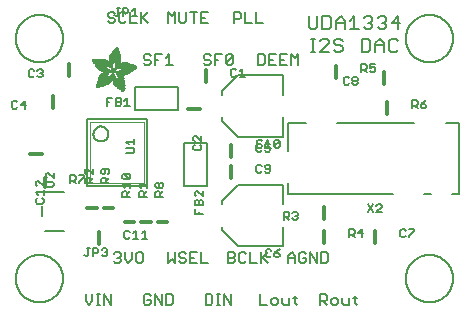
<source format=gbr>
G04 EAGLE Gerber RS-274X export*
G75*
%MOMM*%
%FSLAX34Y34*%
%LPD*%
%INSilkscreen Top*%
%IPPOS*%
%AMOC8*
5,1,8,0,0,1.08239X$1,22.5*%
G01*
%ADD10C,0.152400*%
%ADD11C,0.177800*%
%ADD12C,0.203200*%
%ADD13C,0.050800*%
%ADD14C,0.304800*%
%ADD15R,0.050800X0.006300*%
%ADD16R,0.082600X0.006400*%
%ADD17R,0.120600X0.006300*%
%ADD18R,0.139700X0.006400*%
%ADD19R,0.158800X0.006300*%
%ADD20R,0.177800X0.006400*%
%ADD21R,0.196800X0.006300*%
%ADD22R,0.215900X0.006400*%
%ADD23R,0.228600X0.006300*%
%ADD24R,0.241300X0.006400*%
%ADD25R,0.254000X0.006300*%
%ADD26R,0.266700X0.006400*%
%ADD27R,0.279400X0.006300*%
%ADD28R,0.285700X0.006400*%
%ADD29R,0.298400X0.006300*%
%ADD30R,0.311200X0.006400*%
%ADD31R,0.317500X0.006300*%
%ADD32R,0.330200X0.006400*%
%ADD33R,0.336600X0.006300*%
%ADD34R,0.349200X0.006400*%
%ADD35R,0.361900X0.006300*%
%ADD36R,0.368300X0.006400*%
%ADD37R,0.381000X0.006300*%
%ADD38R,0.387300X0.006400*%
%ADD39R,0.393700X0.006300*%
%ADD40R,0.406400X0.006400*%
%ADD41R,0.412700X0.006300*%
%ADD42R,0.419100X0.006400*%
%ADD43R,0.431800X0.006300*%
%ADD44R,0.438100X0.006400*%
%ADD45R,0.450800X0.006300*%
%ADD46R,0.457200X0.006400*%
%ADD47R,0.463500X0.006300*%
%ADD48R,0.476200X0.006400*%
%ADD49R,0.482600X0.006300*%
%ADD50R,0.488900X0.006400*%
%ADD51R,0.501600X0.006300*%
%ADD52R,0.508000X0.006400*%
%ADD53R,0.514300X0.006300*%
%ADD54R,0.527000X0.006400*%
%ADD55R,0.533400X0.006300*%
%ADD56R,0.546100X0.006400*%
%ADD57R,0.552400X0.006300*%
%ADD58R,0.558800X0.006400*%
%ADD59R,0.571500X0.006300*%
%ADD60R,0.577800X0.006400*%
%ADD61R,0.584200X0.006300*%
%ADD62R,0.596900X0.006400*%
%ADD63R,0.603200X0.006300*%
%ADD64R,0.609600X0.006400*%
%ADD65R,0.622300X0.006300*%
%ADD66R,0.628600X0.006400*%
%ADD67R,0.641300X0.006300*%
%ADD68R,0.647700X0.006400*%
%ADD69R,0.063500X0.006300*%
%ADD70R,0.654000X0.006300*%
%ADD71R,0.101600X0.006400*%
%ADD72R,0.666700X0.006400*%
%ADD73R,0.139700X0.006300*%
%ADD74R,0.673100X0.006300*%
%ADD75R,0.165100X0.006400*%
%ADD76R,0.679400X0.006400*%
%ADD77R,0.196900X0.006300*%
%ADD78R,0.692100X0.006300*%
%ADD79R,0.222200X0.006400*%
%ADD80R,0.698500X0.006400*%
%ADD81R,0.247700X0.006300*%
%ADD82R,0.704800X0.006300*%
%ADD83R,0.279400X0.006400*%
%ADD84R,0.717500X0.006400*%
%ADD85R,0.298500X0.006300*%
%ADD86R,0.723900X0.006300*%
%ADD87R,0.736600X0.006400*%
%ADD88R,0.342900X0.006300*%
%ADD89R,0.742900X0.006300*%
%ADD90R,0.374700X0.006400*%
%ADD91R,0.749300X0.006400*%
%ADD92R,0.762000X0.006300*%
%ADD93R,0.412700X0.006400*%
%ADD94R,0.768300X0.006400*%
%ADD95R,0.438100X0.006300*%
%ADD96R,0.774700X0.006300*%
%ADD97R,0.463600X0.006400*%
%ADD98R,0.787400X0.006400*%
%ADD99R,0.793700X0.006300*%
%ADD100R,0.495300X0.006400*%
%ADD101R,0.800100X0.006400*%
%ADD102R,0.520700X0.006300*%
%ADD103R,0.812800X0.006300*%
%ADD104R,0.533400X0.006400*%
%ADD105R,0.819100X0.006400*%
%ADD106R,0.558800X0.006300*%
%ADD107R,0.825500X0.006300*%
%ADD108R,0.577900X0.006400*%
%ADD109R,0.831800X0.006400*%
%ADD110R,0.596900X0.006300*%
%ADD111R,0.844500X0.006300*%
%ADD112R,0.616000X0.006400*%
%ADD113R,0.850900X0.006400*%
%ADD114R,0.635000X0.006300*%
%ADD115R,0.857200X0.006300*%
%ADD116R,0.654100X0.006400*%
%ADD117R,0.863600X0.006400*%
%ADD118R,0.666700X0.006300*%
%ADD119R,0.869900X0.006300*%
%ADD120R,0.685800X0.006400*%
%ADD121R,0.876300X0.006400*%
%ADD122R,0.882600X0.006300*%
%ADD123R,0.723900X0.006400*%
%ADD124R,0.889000X0.006400*%
%ADD125R,0.895300X0.006300*%
%ADD126R,0.755700X0.006400*%
%ADD127R,0.901700X0.006400*%
%ADD128R,0.908000X0.006300*%
%ADD129R,0.793800X0.006400*%
%ADD130R,0.914400X0.006400*%
%ADD131R,0.806400X0.006300*%
%ADD132R,0.920700X0.006300*%
%ADD133R,0.825500X0.006400*%
%ADD134R,0.927100X0.006400*%
%ADD135R,0.933400X0.006300*%
%ADD136R,0.857300X0.006400*%
%ADD137R,0.939800X0.006400*%
%ADD138R,0.870000X0.006300*%
%ADD139R,0.939800X0.006300*%
%ADD140R,0.946100X0.006400*%
%ADD141R,0.952500X0.006300*%
%ADD142R,0.908000X0.006400*%
%ADD143R,0.958800X0.006400*%
%ADD144R,0.965200X0.006300*%
%ADD145R,0.965200X0.006400*%
%ADD146R,0.971500X0.006300*%
%ADD147R,0.952500X0.006400*%
%ADD148R,0.977900X0.006400*%
%ADD149R,0.958800X0.006300*%
%ADD150R,0.984200X0.006300*%
%ADD151R,0.971500X0.006400*%
%ADD152R,0.984200X0.006400*%
%ADD153R,0.990600X0.006300*%
%ADD154R,0.984300X0.006400*%
%ADD155R,0.996900X0.006400*%
%ADD156R,0.997000X0.006300*%
%ADD157R,0.996900X0.006300*%
%ADD158R,1.003300X0.006400*%
%ADD159R,1.016000X0.006300*%
%ADD160R,1.009600X0.006300*%
%ADD161R,1.016000X0.006400*%
%ADD162R,1.009600X0.006400*%
%ADD163R,1.022300X0.006300*%
%ADD164R,1.028700X0.006400*%
%ADD165R,1.035100X0.006300*%
%ADD166R,1.047800X0.006400*%
%ADD167R,1.054100X0.006300*%
%ADD168R,1.028700X0.006300*%
%ADD169R,1.054100X0.006400*%
%ADD170R,1.035000X0.006400*%
%ADD171R,1.060400X0.006300*%
%ADD172R,1.035000X0.006300*%
%ADD173R,1.060500X0.006400*%
%ADD174R,1.041400X0.006400*%
%ADD175R,1.066800X0.006300*%
%ADD176R,1.041400X0.006300*%
%ADD177R,1.079500X0.006400*%
%ADD178R,1.047700X0.006400*%
%ADD179R,1.085900X0.006300*%
%ADD180R,1.047700X0.006300*%
%ADD181R,1.085800X0.006400*%
%ADD182R,1.092200X0.006300*%
%ADD183R,1.085900X0.006400*%
%ADD184R,1.098600X0.006300*%
%ADD185R,1.098600X0.006400*%
%ADD186R,1.060400X0.006400*%
%ADD187R,1.104900X0.006300*%
%ADD188R,1.104900X0.006400*%
%ADD189R,1.066800X0.006400*%
%ADD190R,1.111200X0.006300*%
%ADD191R,1.117600X0.006400*%
%ADD192R,1.117600X0.006300*%
%ADD193R,1.073100X0.006300*%
%ADD194R,1.073100X0.006400*%
%ADD195R,1.124000X0.006300*%
%ADD196R,1.079500X0.006300*%
%ADD197R,1.123900X0.006400*%
%ADD198R,1.130300X0.006300*%
%ADD199R,1.130300X0.006400*%
%ADD200R,1.136700X0.006400*%
%ADD201R,1.136700X0.006300*%
%ADD202R,1.085800X0.006300*%
%ADD203R,1.136600X0.006400*%
%ADD204R,1.136600X0.006300*%
%ADD205R,1.143000X0.006400*%
%ADD206R,1.143000X0.006300*%
%ADD207R,1.149400X0.006300*%
%ADD208R,1.149300X0.006300*%
%ADD209R,1.149300X0.006400*%
%ADD210R,1.149400X0.006400*%
%ADD211R,1.155700X0.006400*%
%ADD212R,1.155700X0.006300*%
%ADD213R,1.060500X0.006300*%
%ADD214R,2.197100X0.006400*%
%ADD215R,2.197100X0.006300*%
%ADD216R,2.184400X0.006300*%
%ADD217R,2.184400X0.006400*%
%ADD218R,2.171700X0.006400*%
%ADD219R,2.171700X0.006300*%
%ADD220R,1.530300X0.006400*%
%ADD221R,1.505000X0.006300*%
%ADD222R,1.492300X0.006400*%
%ADD223R,1.485900X0.006300*%
%ADD224R,0.565200X0.006300*%
%ADD225R,1.473200X0.006400*%
%ADD226R,0.565200X0.006400*%
%ADD227R,1.460500X0.006300*%
%ADD228R,1.454100X0.006400*%
%ADD229R,0.552400X0.006400*%
%ADD230R,1.441500X0.006300*%
%ADD231R,0.546100X0.006300*%
%ADD232R,1.435100X0.006400*%
%ADD233R,0.539800X0.006400*%
%ADD234R,1.428800X0.006300*%
%ADD235R,1.422400X0.006400*%
%ADD236R,1.409700X0.006300*%
%ADD237R,0.527100X0.006300*%
%ADD238R,1.403300X0.006400*%
%ADD239R,0.527100X0.006400*%
%ADD240R,1.390700X0.006300*%
%ADD241R,1.384300X0.006400*%
%ADD242R,0.520700X0.006400*%
%ADD243R,1.384300X0.006300*%
%ADD244R,0.514400X0.006300*%
%ADD245R,1.371600X0.006400*%
%ADD246R,1.365200X0.006300*%
%ADD247R,0.508000X0.006300*%
%ADD248R,1.352600X0.006400*%
%ADD249R,0.501700X0.006400*%
%ADD250R,0.711200X0.006300*%
%ADD251R,0.603300X0.006300*%
%ADD252R,0.501700X0.006300*%
%ADD253R,0.692100X0.006400*%
%ADD254R,0.571500X0.006400*%
%ADD255R,0.679400X0.006300*%
%ADD256R,0.495300X0.006300*%
%ADD257R,0.673100X0.006400*%
%ADD258R,0.666800X0.006300*%
%ADD259R,0.488900X0.006300*%
%ADD260R,0.660400X0.006400*%
%ADD261R,0.482600X0.006400*%
%ADD262R,0.476200X0.006300*%
%ADD263R,0.654000X0.006400*%
%ADD264R,0.469900X0.006400*%
%ADD265R,0.476300X0.006400*%
%ADD266R,0.647700X0.006300*%
%ADD267R,0.457200X0.006300*%
%ADD268R,0.469900X0.006300*%
%ADD269R,0.641300X0.006400*%
%ADD270R,0.444500X0.006400*%
%ADD271R,0.463600X0.006300*%
%ADD272R,0.635000X0.006400*%
%ADD273R,0.463500X0.006400*%
%ADD274R,0.393700X0.006400*%
%ADD275R,0.450800X0.006400*%
%ADD276R,0.628600X0.006300*%
%ADD277R,0.387400X0.006300*%
%ADD278R,0.450900X0.006300*%
%ADD279R,0.628700X0.006400*%
%ADD280R,0.374600X0.006400*%
%ADD281R,0.368300X0.006300*%
%ADD282R,0.438200X0.006300*%
%ADD283R,0.622300X0.006400*%
%ADD284R,0.355600X0.006400*%
%ADD285R,0.431800X0.006400*%
%ADD286R,0.349300X0.006300*%
%ADD287R,0.425400X0.006300*%
%ADD288R,0.615900X0.006300*%
%ADD289R,0.330200X0.006300*%
%ADD290R,0.419100X0.006300*%
%ADD291R,0.616000X0.006300*%
%ADD292R,0.311200X0.006300*%
%ADD293R,0.406400X0.006300*%
%ADD294R,0.615900X0.006400*%
%ADD295R,0.304800X0.006400*%
%ADD296R,0.158800X0.006400*%
%ADD297R,0.609600X0.006300*%
%ADD298R,0.292100X0.006300*%
%ADD299R,0.235000X0.006300*%
%ADD300R,0.387400X0.006400*%
%ADD301R,0.292100X0.006400*%
%ADD302R,0.336500X0.006300*%
%ADD303R,0.260400X0.006300*%
%ADD304R,0.603300X0.006400*%
%ADD305R,0.260400X0.006400*%
%ADD306R,0.362000X0.006400*%
%ADD307R,0.450900X0.006400*%
%ADD308R,0.355600X0.006300*%
%ADD309R,0.342900X0.006400*%
%ADD310R,0.514300X0.006400*%
%ADD311R,0.234900X0.006300*%
%ADD312R,0.539700X0.006300*%
%ADD313R,0.603200X0.006400*%
%ADD314R,0.234900X0.006400*%
%ADD315R,0.920700X0.006400*%
%ADD316R,0.958900X0.006400*%
%ADD317R,0.215900X0.006300*%
%ADD318R,0.209600X0.006400*%
%ADD319R,0.203200X0.006300*%
%ADD320R,1.003300X0.006300*%
%ADD321R,0.203200X0.006400*%
%ADD322R,0.196900X0.006400*%
%ADD323R,0.190500X0.006300*%
%ADD324R,0.190500X0.006400*%
%ADD325R,0.184200X0.006300*%
%ADD326R,0.590500X0.006400*%
%ADD327R,0.184200X0.006400*%
%ADD328R,0.590500X0.006300*%
%ADD329R,0.177800X0.006300*%
%ADD330R,0.584200X0.006400*%
%ADD331R,1.168400X0.006400*%
%ADD332R,0.171500X0.006300*%
%ADD333R,1.187500X0.006300*%
%ADD334R,1.200100X0.006400*%
%ADD335R,0.577800X0.006300*%
%ADD336R,1.212900X0.006300*%
%ADD337R,1.231900X0.006400*%
%ADD338R,1.250900X0.006300*%
%ADD339R,0.565100X0.006400*%
%ADD340R,0.184100X0.006400*%
%ADD341R,1.263700X0.006400*%
%ADD342R,0.565100X0.006300*%
%ADD343R,1.289100X0.006300*%
%ADD344R,1.314400X0.006400*%
%ADD345R,0.552500X0.006300*%
%ADD346R,1.568500X0.006300*%
%ADD347R,0.552500X0.006400*%
%ADD348R,1.581200X0.006400*%
%ADD349R,1.593800X0.006300*%
%ADD350R,1.606500X0.006400*%
%ADD351R,1.619300X0.006300*%
%ADD352R,0.514400X0.006400*%
%ADD353R,1.638300X0.006400*%
%ADD354R,1.657300X0.006300*%
%ADD355R,2.209800X0.006400*%
%ADD356R,2.425700X0.006300*%
%ADD357R,2.470100X0.006400*%
%ADD358R,2.501900X0.006300*%
%ADD359R,2.533700X0.006400*%
%ADD360R,2.559000X0.006300*%
%ADD361R,2.584500X0.006400*%
%ADD362R,2.609900X0.006300*%
%ADD363R,2.628900X0.006400*%
%ADD364R,2.660600X0.006300*%
%ADD365R,2.673400X0.006400*%
%ADD366R,1.422400X0.006300*%
%ADD367R,1.200200X0.006300*%
%ADD368R,1.365300X0.006300*%
%ADD369R,1.365300X0.006400*%
%ADD370R,1.352500X0.006300*%
%ADD371R,1.098500X0.006300*%
%ADD372R,1.358900X0.006400*%
%ADD373R,1.352600X0.006300*%
%ADD374R,1.358900X0.006300*%
%ADD375R,1.371600X0.006300*%
%ADD376R,1.377900X0.006400*%
%ADD377R,1.397000X0.006400*%
%ADD378R,1.403300X0.006300*%
%ADD379R,0.914400X0.006300*%
%ADD380R,0.876300X0.006300*%
%ADD381R,0.374600X0.006300*%
%ADD382R,1.073200X0.006400*%
%ADD383R,0.374700X0.006300*%
%ADD384R,0.844600X0.006400*%
%ADD385R,0.844600X0.006300*%
%ADD386R,0.831900X0.006400*%
%ADD387R,1.092200X0.006400*%
%ADD388R,0.400000X0.006300*%
%ADD389R,0.819200X0.006400*%
%ADD390R,1.111300X0.006400*%
%ADD391R,0.812800X0.006400*%
%ADD392R,0.800100X0.006300*%
%ADD393R,0.476300X0.006300*%
%ADD394R,1.181100X0.006300*%
%ADD395R,0.501600X0.006400*%
%ADD396R,1.193800X0.006400*%
%ADD397R,0.781000X0.006400*%
%ADD398R,1.238200X0.006400*%
%ADD399R,0.781100X0.006300*%
%ADD400R,1.257300X0.006300*%
%ADD401R,1.295400X0.006400*%
%ADD402R,1.333500X0.006300*%
%ADD403R,0.774700X0.006400*%
%ADD404R,1.866900X0.006400*%
%ADD405R,0.209600X0.006300*%
%ADD406R,1.866900X0.006300*%
%ADD407R,0.768400X0.006400*%
%ADD408R,0.209500X0.006400*%
%ADD409R,1.860600X0.006400*%
%ADD410R,0.762000X0.006400*%
%ADD411R,0.768400X0.006300*%
%ADD412R,1.860600X0.006300*%
%ADD413R,1.860500X0.006400*%
%ADD414R,0.222300X0.006300*%
%ADD415R,1.854200X0.006300*%
%ADD416R,0.235000X0.006400*%
%ADD417R,1.854200X0.006400*%
%ADD418R,0.768300X0.006300*%
%ADD419R,0.260300X0.006400*%
%ADD420R,1.847800X0.006400*%
%ADD421R,0.266700X0.006300*%
%ADD422R,1.847800X0.006300*%
%ADD423R,0.273100X0.006400*%
%ADD424R,1.841500X0.006400*%
%ADD425R,0.285800X0.006300*%
%ADD426R,1.841500X0.006300*%
%ADD427R,0.298500X0.006400*%
%ADD428R,1.835100X0.006400*%
%ADD429R,0.781000X0.006300*%
%ADD430R,0.304800X0.006300*%
%ADD431R,1.835100X0.006300*%
%ADD432R,0.317500X0.006400*%
%ADD433R,1.828800X0.006400*%
%ADD434R,0.787400X0.006300*%
%ADD435R,0.323800X0.006300*%
%ADD436R,1.828800X0.006300*%
%ADD437R,0.793700X0.006400*%
%ADD438R,1.822400X0.006400*%
%ADD439R,0.806500X0.006300*%
%ADD440R,1.822400X0.006300*%
%ADD441R,1.816100X0.006400*%
%ADD442R,0.819100X0.006300*%
%ADD443R,0.387300X0.006300*%
%ADD444R,1.816100X0.006300*%
%ADD445R,1.809800X0.006400*%
%ADD446R,1.803400X0.006300*%
%ADD447R,1.797000X0.006400*%
%ADD448R,0.901700X0.006300*%
%ADD449R,1.797000X0.006300*%
%ADD450R,1.441400X0.006400*%
%ADD451R,1.790700X0.006400*%
%ADD452R,1.447800X0.006300*%
%ADD453R,1.784300X0.006300*%
%ADD454R,1.447800X0.006400*%
%ADD455R,1.784300X0.006400*%
%ADD456R,1.454100X0.006300*%
%ADD457R,1.771700X0.006300*%
%ADD458R,1.460500X0.006400*%
%ADD459R,1.759000X0.006400*%
%ADD460R,1.466800X0.006300*%
%ADD461R,1.752600X0.006300*%
%ADD462R,1.466800X0.006400*%
%ADD463R,1.739900X0.006400*%
%ADD464R,1.473200X0.006300*%
%ADD465R,1.727200X0.006300*%
%ADD466R,1.479500X0.006400*%
%ADD467R,1.714500X0.006400*%
%ADD468R,1.695400X0.006300*%
%ADD469R,1.485900X0.006400*%
%ADD470R,1.682700X0.006400*%
%ADD471R,1.492200X0.006300*%
%ADD472R,1.663700X0.006300*%
%ADD473R,1.498600X0.006400*%
%ADD474R,1.644600X0.006400*%
%ADD475R,1.498600X0.006300*%
%ADD476R,1.619200X0.006300*%
%ADD477R,1.511300X0.006400*%
%ADD478R,1.600200X0.006400*%
%ADD479R,1.517700X0.006300*%
%ADD480R,1.574800X0.006300*%
%ADD481R,1.524000X0.006400*%
%ADD482R,1.555800X0.006400*%
%ADD483R,1.524000X0.006300*%
%ADD484R,1.536700X0.006300*%
%ADD485R,1.530400X0.006400*%
%ADD486R,1.517700X0.006400*%
%ADD487R,1.492300X0.006300*%
%ADD488R,1.549400X0.006400*%
%ADD489R,1.479600X0.006400*%
%ADD490R,1.549400X0.006300*%
%ADD491R,1.555700X0.006400*%
%ADD492R,1.562100X0.006300*%
%ADD493R,0.323900X0.006300*%
%ADD494R,1.568400X0.006400*%
%ADD495R,0.336600X0.006400*%
%ADD496R,1.587500X0.006300*%
%ADD497R,0.971600X0.006300*%
%ADD498R,0.349300X0.006400*%
%ADD499R,1.600200X0.006300*%
%ADD500R,0.920800X0.006300*%
%ADD501R,0.882700X0.006400*%
%ADD502R,1.612900X0.006300*%
%ADD503R,0.362000X0.006300*%
%ADD504R,1.625600X0.006400*%
%ADD505R,1.625600X0.006300*%
%ADD506R,1.644600X0.006300*%
%ADD507R,0.736600X0.006300*%
%ADD508R,0.717600X0.006400*%
%ADD509R,1.657400X0.006300*%
%ADD510R,0.679500X0.006300*%
%ADD511R,1.663700X0.006400*%
%ADD512R,0.400000X0.006400*%
%ADD513R,1.676400X0.006300*%
%ADD514R,1.676400X0.006400*%
%ADD515R,0.425500X0.006400*%
%ADD516R,1.352500X0.006400*%
%ADD517R,0.444500X0.006300*%
%ADD518R,0.361900X0.006400*%
%ADD519R,0.088900X0.006300*%
%ADD520R,1.009700X0.006300*%
%ADD521R,1.009700X0.006400*%
%ADD522R,1.022300X0.006400*%
%ADD523R,1.346200X0.006400*%
%ADD524R,1.346200X0.006300*%
%ADD525R,1.339900X0.006400*%
%ADD526R,1.035100X0.006400*%
%ADD527R,1.339800X0.006300*%
%ADD528R,1.333500X0.006400*%
%ADD529R,1.327200X0.006400*%
%ADD530R,1.320800X0.006300*%
%ADD531R,1.314500X0.006400*%
%ADD532R,1.314400X0.006300*%
%ADD533R,1.301700X0.006400*%
%ADD534R,1.295400X0.006300*%
%ADD535R,1.289000X0.006400*%
%ADD536R,1.276300X0.006300*%
%ADD537R,1.251000X0.006300*%
%ADD538R,1.244600X0.006400*%
%ADD539R,1.231900X0.006300*%
%ADD540R,1.212800X0.006400*%
%ADD541R,1.200100X0.006300*%
%ADD542R,1.187400X0.006400*%
%ADD543R,1.168400X0.006300*%
%ADD544R,1.047800X0.006300*%
%ADD545R,0.977900X0.006300*%
%ADD546R,0.946200X0.006400*%
%ADD547R,0.933400X0.006400*%
%ADD548R,0.895300X0.006400*%
%ADD549R,0.882700X0.006300*%
%ADD550R,0.863600X0.006300*%
%ADD551R,0.857200X0.006400*%
%ADD552R,0.850900X0.006300*%
%ADD553R,0.838200X0.006300*%
%ADD554R,0.806500X0.006400*%
%ADD555R,0.717600X0.006300*%
%ADD556R,0.711200X0.006400*%
%ADD557R,0.641400X0.006400*%
%ADD558R,0.641400X0.006300*%
%ADD559R,0.628700X0.006300*%
%ADD560R,0.590600X0.006300*%
%ADD561R,0.539700X0.006400*%
%ADD562R,0.285700X0.006300*%
%ADD563R,0.222200X0.006300*%
%ADD564R,0.171400X0.006300*%
%ADD565R,0.152400X0.006400*%
%ADD566R,0.133400X0.006300*%


D10*
X263011Y3302D02*
X263011Y11945D01*
X267333Y11945D01*
X268773Y10505D01*
X268773Y7624D01*
X267333Y6183D01*
X263011Y6183D01*
X265892Y6183D02*
X268773Y3302D01*
X273807Y3302D02*
X276688Y3302D01*
X278128Y4743D01*
X278128Y7624D01*
X276688Y9064D01*
X273807Y9064D01*
X272366Y7624D01*
X272366Y4743D01*
X273807Y3302D01*
X281721Y4743D02*
X281721Y9064D01*
X281721Y4743D02*
X283162Y3302D01*
X287483Y3302D01*
X287483Y9064D01*
X292517Y10505D02*
X292517Y4743D01*
X293958Y3302D01*
X293958Y9064D02*
X291076Y9064D01*
X212211Y11945D02*
X212211Y3302D01*
X217973Y3302D01*
X223007Y3302D02*
X225888Y3302D01*
X227328Y4743D01*
X227328Y7624D01*
X225888Y9064D01*
X223007Y9064D01*
X221566Y7624D01*
X221566Y4743D01*
X223007Y3302D01*
X230921Y4743D02*
X230921Y9064D01*
X230921Y4743D02*
X232362Y3302D01*
X236683Y3302D01*
X236683Y9064D01*
X241717Y10505D02*
X241717Y4743D01*
X243158Y3302D01*
X243158Y9064D02*
X240276Y9064D01*
X64488Y11945D02*
X64488Y6183D01*
X67370Y3302D01*
X70251Y6183D01*
X70251Y11945D01*
X73844Y3302D02*
X76725Y3302D01*
X75284Y3302D02*
X75284Y11945D01*
X73844Y11945D02*
X76725Y11945D01*
X80080Y11945D02*
X80080Y3302D01*
X85843Y3302D02*
X80080Y11945D01*
X85843Y11945D02*
X85843Y3302D01*
X88329Y46065D02*
X89770Y47505D01*
X92651Y47505D01*
X94091Y46065D01*
X94091Y44624D01*
X92651Y43184D01*
X91210Y43184D01*
X92651Y43184D02*
X94091Y41743D01*
X94091Y40303D01*
X92651Y38862D01*
X89770Y38862D01*
X88329Y40303D01*
X97684Y41743D02*
X97684Y47505D01*
X97684Y41743D02*
X100566Y38862D01*
X103447Y41743D01*
X103447Y47505D01*
X108480Y47505D02*
X111361Y47505D01*
X108480Y47505D02*
X107040Y46065D01*
X107040Y40303D01*
X108480Y38862D01*
X111361Y38862D01*
X112802Y40303D01*
X112802Y46065D01*
X111361Y47505D01*
X118051Y11945D02*
X119491Y10505D01*
X118051Y11945D02*
X115170Y11945D01*
X113729Y10505D01*
X113729Y4743D01*
X115170Y3302D01*
X118051Y3302D01*
X119491Y4743D01*
X119491Y7624D01*
X116610Y7624D01*
X123084Y11945D02*
X123084Y3302D01*
X128847Y3302D02*
X123084Y11945D01*
X128847Y11945D02*
X128847Y3302D01*
X132440Y3302D02*
X132440Y11945D01*
X132440Y3302D02*
X136761Y3302D01*
X138202Y4743D01*
X138202Y10505D01*
X136761Y11945D01*
X132440Y11945D01*
X185252Y38862D02*
X185252Y47505D01*
X189573Y47505D01*
X191014Y46065D01*
X191014Y44624D01*
X189573Y43184D01*
X191014Y41743D01*
X191014Y40303D01*
X189573Y38862D01*
X185252Y38862D01*
X185252Y43184D02*
X189573Y43184D01*
X198929Y47505D02*
X200369Y46065D01*
X198929Y47505D02*
X196047Y47505D01*
X194607Y46065D01*
X194607Y40303D01*
X196047Y38862D01*
X198929Y38862D01*
X200369Y40303D01*
X203962Y38862D02*
X203962Y47505D01*
X203962Y38862D02*
X209724Y38862D01*
X213317Y38862D02*
X213317Y47505D01*
X213317Y41743D02*
X219079Y47505D01*
X214758Y43184D02*
X219079Y38862D01*
X134452Y38862D02*
X134452Y47505D01*
X137333Y41743D02*
X134452Y38862D01*
X137333Y41743D02*
X140214Y38862D01*
X140214Y47505D01*
X148129Y47505D02*
X149569Y46065D01*
X148129Y47505D02*
X145247Y47505D01*
X143807Y46065D01*
X143807Y44624D01*
X145247Y43184D01*
X148129Y43184D01*
X149569Y41743D01*
X149569Y40303D01*
X148129Y38862D01*
X145247Y38862D01*
X143807Y40303D01*
X153162Y47505D02*
X158924Y47505D01*
X153162Y47505D02*
X153162Y38862D01*
X158924Y38862D01*
X156043Y43184D02*
X153162Y43184D01*
X162517Y47505D02*
X162517Y38862D01*
X168279Y38862D01*
X166088Y11945D02*
X166088Y3302D01*
X170410Y3302D01*
X171851Y4743D01*
X171851Y10505D01*
X170410Y11945D01*
X166088Y11945D01*
X175444Y3302D02*
X178325Y3302D01*
X176884Y3302D02*
X176884Y11945D01*
X175444Y11945D02*
X178325Y11945D01*
X181680Y11945D02*
X181680Y3302D01*
X187443Y3302D02*
X181680Y11945D01*
X187443Y11945D02*
X187443Y3302D01*
X89414Y249265D02*
X87973Y250705D01*
X85092Y250705D01*
X83652Y249265D01*
X83652Y247824D01*
X85092Y246384D01*
X87973Y246384D01*
X89414Y244943D01*
X89414Y243503D01*
X87973Y242062D01*
X85092Y242062D01*
X83652Y243503D01*
X97329Y250705D02*
X98769Y249265D01*
X97329Y250705D02*
X94447Y250705D01*
X93007Y249265D01*
X93007Y243503D01*
X94447Y242062D01*
X97329Y242062D01*
X98769Y243503D01*
X102362Y242062D02*
X102362Y250705D01*
X102362Y242062D02*
X108124Y242062D01*
X111717Y242062D02*
X111717Y250705D01*
X111717Y244943D02*
X117479Y250705D01*
X113158Y246384D02*
X117479Y242062D01*
X134452Y242062D02*
X134452Y250705D01*
X137333Y247824D01*
X140214Y250705D01*
X140214Y242062D01*
X143807Y243503D02*
X143807Y250705D01*
X143807Y243503D02*
X145247Y242062D01*
X148129Y242062D01*
X149569Y243503D01*
X149569Y250705D01*
X156043Y250705D02*
X156043Y242062D01*
X153162Y250705D02*
X158924Y250705D01*
X162517Y250705D02*
X168279Y250705D01*
X162517Y250705D02*
X162517Y242062D01*
X168279Y242062D01*
X165398Y246384D02*
X162517Y246384D01*
X210652Y215145D02*
X210652Y206502D01*
X214973Y206502D01*
X216414Y207943D01*
X216414Y213705D01*
X214973Y215145D01*
X210652Y215145D01*
X220007Y215145D02*
X225769Y215145D01*
X220007Y215145D02*
X220007Y206502D01*
X225769Y206502D01*
X222888Y210824D02*
X220007Y210824D01*
X229362Y215145D02*
X235124Y215145D01*
X229362Y215145D02*
X229362Y206502D01*
X235124Y206502D01*
X232243Y210824D02*
X229362Y210824D01*
X238717Y215145D02*
X238717Y206502D01*
X241598Y212264D02*
X238717Y215145D01*
X241598Y212264D02*
X244479Y215145D01*
X244479Y206502D01*
X189929Y242062D02*
X189929Y250705D01*
X194251Y250705D01*
X195691Y249265D01*
X195691Y246384D01*
X194251Y244943D01*
X189929Y244943D01*
X199284Y242062D02*
X199284Y250705D01*
X199284Y242062D02*
X205047Y242062D01*
X208640Y242062D02*
X208640Y250705D01*
X208640Y242062D02*
X214402Y242062D01*
X170291Y213705D02*
X168851Y215145D01*
X165970Y215145D01*
X164529Y213705D01*
X164529Y212264D01*
X165970Y210824D01*
X168851Y210824D01*
X170291Y209383D01*
X170291Y207943D01*
X168851Y206502D01*
X165970Y206502D01*
X164529Y207943D01*
X173884Y206502D02*
X173884Y215145D01*
X179647Y215145D01*
X176766Y210824D02*
X173884Y210824D01*
X183240Y207943D02*
X183240Y213705D01*
X184680Y215145D01*
X187561Y215145D01*
X189002Y213705D01*
X189002Y207943D01*
X187561Y206502D01*
X184680Y206502D01*
X183240Y207943D01*
X189002Y213705D01*
X119491Y213705D02*
X118051Y215145D01*
X115170Y215145D01*
X113729Y213705D01*
X113729Y212264D01*
X115170Y210824D01*
X118051Y210824D01*
X119491Y209383D01*
X119491Y207943D01*
X118051Y206502D01*
X115170Y206502D01*
X113729Y207943D01*
X123084Y206502D02*
X123084Y215145D01*
X128847Y215145D01*
X125966Y210824D02*
X123084Y210824D01*
X132440Y212264D02*
X135321Y215145D01*
X135321Y206502D01*
X132440Y206502D02*
X138202Y206502D01*
X236052Y44624D02*
X236052Y38862D01*
X236052Y44624D02*
X238933Y47505D01*
X241814Y44624D01*
X241814Y38862D01*
X241814Y43184D02*
X236052Y43184D01*
X249729Y47505D02*
X251169Y46065D01*
X249729Y47505D02*
X246847Y47505D01*
X245407Y46065D01*
X245407Y40303D01*
X246847Y38862D01*
X249729Y38862D01*
X251169Y40303D01*
X251169Y43184D01*
X248288Y43184D01*
X254762Y47505D02*
X254762Y38862D01*
X260524Y38862D02*
X254762Y47505D01*
X260524Y47505D02*
X260524Y38862D01*
X264117Y38862D02*
X264117Y47505D01*
X264117Y38862D02*
X268439Y38862D01*
X269879Y40303D01*
X269879Y46065D01*
X268439Y47505D01*
X264117Y47505D01*
D11*
X253330Y238296D02*
X253330Y247405D01*
X253330Y238296D02*
X255152Y236474D01*
X258796Y236474D01*
X260618Y238296D01*
X260618Y247405D01*
X265024Y247405D02*
X265024Y236474D01*
X270490Y236474D01*
X272312Y238296D01*
X272312Y245583D01*
X270490Y247405D01*
X265024Y247405D01*
X276718Y243762D02*
X276718Y236474D01*
X276718Y243762D02*
X280362Y247405D01*
X284006Y243762D01*
X284006Y236474D01*
X284006Y241940D02*
X276718Y241940D01*
X288412Y243762D02*
X292056Y247405D01*
X292056Y236474D01*
X295699Y236474D02*
X288412Y236474D01*
X300106Y245583D02*
X301928Y247405D01*
X305572Y247405D01*
X307393Y245583D01*
X307393Y243762D01*
X305572Y241940D01*
X303750Y241940D01*
X305572Y241940D02*
X307393Y240118D01*
X307393Y238296D01*
X305572Y236474D01*
X301928Y236474D01*
X300106Y238296D01*
X311800Y245583D02*
X313622Y247405D01*
X317266Y247405D01*
X319087Y245583D01*
X319087Y243762D01*
X317266Y241940D01*
X315444Y241940D01*
X317266Y241940D02*
X319087Y240118D01*
X319087Y238296D01*
X317266Y236474D01*
X313622Y236474D01*
X311800Y238296D01*
X328960Y236474D02*
X328960Y247405D01*
X323494Y241940D01*
X330781Y241940D01*
X258923Y217424D02*
X255279Y217424D01*
X257101Y217424D02*
X257101Y228355D01*
X255279Y228355D02*
X258923Y228355D01*
X263075Y217424D02*
X270363Y217424D01*
X263075Y217424D02*
X270363Y224712D01*
X270363Y226533D01*
X268541Y228355D01*
X264897Y228355D01*
X263075Y226533D01*
X280235Y228355D02*
X282057Y226533D01*
X280235Y228355D02*
X276591Y228355D01*
X274769Y226533D01*
X274769Y224712D01*
X276591Y222890D01*
X280235Y222890D01*
X282057Y221068D01*
X282057Y219246D01*
X280235Y217424D01*
X276591Y217424D01*
X274769Y219246D01*
X298157Y217424D02*
X298157Y228355D01*
X298157Y217424D02*
X303623Y217424D01*
X305444Y219246D01*
X305444Y226533D01*
X303623Y228355D01*
X298157Y228355D01*
X309851Y224712D02*
X309851Y217424D01*
X309851Y224712D02*
X313495Y228355D01*
X317138Y224712D01*
X317138Y217424D01*
X317138Y222890D02*
X309851Y222890D01*
X327011Y228355D02*
X328832Y226533D01*
X327011Y228355D02*
X323367Y228355D01*
X321545Y226533D01*
X321545Y219246D01*
X323367Y217424D01*
X327011Y217424D01*
X328832Y219246D01*
D12*
X66080Y160360D02*
X66080Y103800D01*
X116800Y103800D01*
X116800Y160360D01*
X66080Y160360D01*
D13*
X68580Y157820D02*
X68580Y106340D01*
X114300Y106340D01*
X114300Y157820D01*
X68580Y157820D01*
D12*
X71120Y147909D02*
X71122Y148068D01*
X71128Y148227D01*
X71138Y148385D01*
X71152Y148544D01*
X71170Y148702D01*
X71191Y148859D01*
X71217Y149016D01*
X71247Y149172D01*
X71280Y149328D01*
X71318Y149482D01*
X71359Y149636D01*
X71404Y149788D01*
X71453Y149939D01*
X71506Y150089D01*
X71562Y150238D01*
X71623Y150385D01*
X71686Y150530D01*
X71754Y150674D01*
X71825Y150817D01*
X71899Y150957D01*
X71977Y151095D01*
X72059Y151232D01*
X72144Y151366D01*
X72232Y151499D01*
X72323Y151629D01*
X72418Y151756D01*
X72516Y151881D01*
X72617Y152004D01*
X72721Y152124D01*
X72828Y152242D01*
X72938Y152357D01*
X73051Y152469D01*
X73166Y152578D01*
X73284Y152684D01*
X73405Y152788D01*
X73529Y152888D01*
X73654Y152985D01*
X73783Y153079D01*
X73913Y153169D01*
X74046Y153257D01*
X74181Y153341D01*
X74318Y153421D01*
X74457Y153499D01*
X74598Y153572D01*
X74740Y153642D01*
X74885Y153709D01*
X75031Y153772D01*
X75178Y153831D01*
X75327Y153887D01*
X75478Y153938D01*
X75629Y153986D01*
X75782Y154030D01*
X75936Y154071D01*
X76090Y154107D01*
X76246Y154140D01*
X76402Y154169D01*
X76559Y154193D01*
X76717Y154214D01*
X76875Y154231D01*
X77033Y154244D01*
X77192Y154253D01*
X77351Y154258D01*
X77510Y154259D01*
X77669Y154256D01*
X77827Y154249D01*
X77986Y154238D01*
X78144Y154223D01*
X78302Y154204D01*
X78459Y154181D01*
X78616Y154155D01*
X78772Y154124D01*
X78927Y154090D01*
X79081Y154051D01*
X79235Y154009D01*
X79387Y153963D01*
X79538Y153913D01*
X79687Y153859D01*
X79836Y153802D01*
X79982Y153741D01*
X80128Y153676D01*
X80271Y153608D01*
X80413Y153536D01*
X80553Y153460D01*
X80691Y153382D01*
X80827Y153299D01*
X80961Y153214D01*
X81092Y153125D01*
X81222Y153032D01*
X81349Y152937D01*
X81473Y152838D01*
X81596Y152736D01*
X81715Y152632D01*
X81832Y152524D01*
X81946Y152413D01*
X82057Y152300D01*
X82166Y152184D01*
X82271Y152065D01*
X82374Y151943D01*
X82473Y151819D01*
X82570Y151693D01*
X82663Y151564D01*
X82753Y151433D01*
X82839Y151299D01*
X82922Y151164D01*
X83002Y151026D01*
X83078Y150887D01*
X83151Y150746D01*
X83220Y150603D01*
X83286Y150458D01*
X83348Y150311D01*
X83406Y150164D01*
X83461Y150014D01*
X83512Y149864D01*
X83559Y149712D01*
X83602Y149559D01*
X83641Y149405D01*
X83677Y149250D01*
X83708Y149094D01*
X83736Y148938D01*
X83760Y148781D01*
X83780Y148623D01*
X83796Y148465D01*
X83808Y148306D01*
X83816Y148147D01*
X83820Y147988D01*
X83820Y147830D01*
X83816Y147671D01*
X83808Y147512D01*
X83796Y147353D01*
X83780Y147195D01*
X83760Y147037D01*
X83736Y146880D01*
X83708Y146724D01*
X83677Y146568D01*
X83641Y146413D01*
X83602Y146259D01*
X83559Y146106D01*
X83512Y145954D01*
X83461Y145804D01*
X83406Y145654D01*
X83348Y145507D01*
X83286Y145360D01*
X83220Y145215D01*
X83151Y145072D01*
X83078Y144931D01*
X83002Y144792D01*
X82922Y144654D01*
X82839Y144519D01*
X82753Y144385D01*
X82663Y144254D01*
X82570Y144125D01*
X82473Y143999D01*
X82374Y143875D01*
X82271Y143753D01*
X82166Y143634D01*
X82057Y143518D01*
X81946Y143405D01*
X81832Y143294D01*
X81715Y143186D01*
X81596Y143082D01*
X81473Y142980D01*
X81349Y142881D01*
X81222Y142786D01*
X81092Y142693D01*
X80961Y142604D01*
X80827Y142519D01*
X80691Y142436D01*
X80553Y142358D01*
X80413Y142282D01*
X80271Y142210D01*
X80128Y142142D01*
X79982Y142077D01*
X79836Y142016D01*
X79687Y141959D01*
X79538Y141905D01*
X79387Y141855D01*
X79235Y141809D01*
X79081Y141767D01*
X78927Y141728D01*
X78772Y141694D01*
X78616Y141663D01*
X78459Y141637D01*
X78302Y141614D01*
X78144Y141595D01*
X77986Y141580D01*
X77827Y141569D01*
X77669Y141562D01*
X77510Y141559D01*
X77351Y141560D01*
X77192Y141565D01*
X77033Y141574D01*
X76875Y141587D01*
X76717Y141604D01*
X76559Y141625D01*
X76402Y141649D01*
X76246Y141678D01*
X76090Y141711D01*
X75936Y141747D01*
X75782Y141788D01*
X75629Y141832D01*
X75478Y141880D01*
X75327Y141931D01*
X75178Y141987D01*
X75031Y142046D01*
X74885Y142109D01*
X74740Y142176D01*
X74598Y142246D01*
X74457Y142319D01*
X74318Y142397D01*
X74181Y142477D01*
X74046Y142561D01*
X73913Y142649D01*
X73783Y142739D01*
X73654Y142833D01*
X73529Y142930D01*
X73405Y143030D01*
X73284Y143134D01*
X73166Y143240D01*
X73051Y143349D01*
X72938Y143461D01*
X72828Y143576D01*
X72721Y143694D01*
X72617Y143814D01*
X72516Y143937D01*
X72418Y144062D01*
X72323Y144189D01*
X72232Y144319D01*
X72144Y144452D01*
X72059Y144586D01*
X71977Y144723D01*
X71899Y144861D01*
X71825Y145001D01*
X71754Y145144D01*
X71686Y145288D01*
X71623Y145433D01*
X71562Y145580D01*
X71506Y145729D01*
X71453Y145879D01*
X71404Y146030D01*
X71359Y146182D01*
X71318Y146336D01*
X71280Y146490D01*
X71247Y146646D01*
X71217Y146802D01*
X71191Y146959D01*
X71170Y147116D01*
X71152Y147274D01*
X71138Y147433D01*
X71128Y147591D01*
X71122Y147750D01*
X71120Y147909D01*
D10*
X98800Y131544D02*
X104308Y131544D01*
X105410Y132645D01*
X105410Y134849D01*
X104308Y135950D01*
X98800Y135950D01*
X101004Y139028D02*
X98800Y141231D01*
X105410Y141231D01*
X105410Y139028D02*
X105410Y143434D01*
D14*
X166370Y191770D02*
X166370Y201930D01*
D10*
X190757Y202952D02*
X191858Y201850D01*
X190757Y202952D02*
X188554Y202952D01*
X187452Y201850D01*
X187452Y197444D01*
X188554Y196342D01*
X190757Y196342D01*
X191858Y197444D01*
X194936Y200748D02*
X197139Y202952D01*
X197139Y196342D01*
X194936Y196342D02*
X199343Y196342D01*
D14*
X50800Y196850D02*
X50800Y207010D01*
D10*
X20680Y201342D02*
X19579Y202444D01*
X17375Y202444D01*
X16274Y201342D01*
X16274Y196936D01*
X17375Y195834D01*
X19579Y195834D01*
X20680Y196936D01*
X23758Y201342D02*
X24859Y202444D01*
X27063Y202444D01*
X28164Y201342D01*
X28164Y200240D01*
X27063Y199139D01*
X25961Y199139D01*
X27063Y199139D02*
X28164Y198037D01*
X28164Y196936D01*
X27063Y195834D01*
X24859Y195834D01*
X23758Y196936D01*
D14*
X309880Y66040D02*
X309880Y55880D01*
D10*
X334267Y67062D02*
X335368Y65960D01*
X334267Y67062D02*
X332064Y67062D01*
X330962Y65960D01*
X330962Y61554D01*
X332064Y60452D01*
X334267Y60452D01*
X335368Y61554D01*
X338446Y67062D02*
X342853Y67062D01*
X342853Y65960D01*
X338446Y61554D01*
X338446Y60452D01*
D14*
X317500Y190500D02*
X317500Y200660D01*
D10*
X287380Y194992D02*
X286279Y196094D01*
X284075Y196094D01*
X282974Y194992D01*
X282974Y190586D01*
X284075Y189484D01*
X286279Y189484D01*
X287380Y190586D01*
X290458Y194992D02*
X291559Y196094D01*
X293763Y196094D01*
X294864Y194992D01*
X294864Y193890D01*
X293763Y192789D01*
X294864Y191687D01*
X294864Y190586D01*
X293763Y189484D01*
X291559Y189484D01*
X290458Y190586D01*
X290458Y191687D01*
X291559Y192789D01*
X290458Y193890D01*
X290458Y194992D01*
X291559Y192789D02*
X293763Y192789D01*
D14*
X266700Y86360D02*
X266700Y76200D01*
D10*
X232174Y75184D02*
X232174Y81794D01*
X235479Y81794D01*
X236580Y80692D01*
X236580Y78489D01*
X235479Y77387D01*
X232174Y77387D01*
X234377Y77387D02*
X236580Y75184D01*
X239658Y80692D02*
X240759Y81794D01*
X242963Y81794D01*
X244064Y80692D01*
X244064Y79590D01*
X242963Y78489D01*
X241861Y78489D01*
X242963Y78489D02*
X244064Y77387D01*
X244064Y76286D01*
X242963Y75184D01*
X240759Y75184D01*
X239658Y76286D01*
D14*
X266700Y66040D02*
X266700Y55880D01*
D10*
X287782Y60452D02*
X287782Y67062D01*
X291087Y67062D01*
X292188Y65960D01*
X292188Y63757D01*
X291087Y62655D01*
X287782Y62655D01*
X289985Y62655D02*
X292188Y60452D01*
X298571Y60452D02*
X298571Y67062D01*
X295266Y63757D01*
X299673Y63757D01*
D14*
X276860Y195580D02*
X276860Y205740D01*
D10*
X297942Y206762D02*
X297942Y200152D01*
X297942Y206762D02*
X301247Y206762D01*
X302348Y205660D01*
X302348Y203457D01*
X301247Y202355D01*
X297942Y202355D01*
X300145Y202355D02*
X302348Y200152D01*
X305426Y206762D02*
X309833Y206762D01*
X305426Y206762D02*
X305426Y203457D01*
X307629Y204558D01*
X308731Y204558D01*
X309833Y203457D01*
X309833Y201254D01*
X308731Y200152D01*
X306528Y200152D01*
X305426Y201254D01*
D14*
X320040Y175260D02*
X320040Y165100D01*
D10*
X341122Y169672D02*
X341122Y176282D01*
X344427Y176282D01*
X345528Y175180D01*
X345528Y172977D01*
X344427Y171875D01*
X341122Y171875D01*
X343325Y171875D02*
X345528Y169672D01*
X350809Y175180D02*
X353013Y176282D01*
X350809Y175180D02*
X348606Y172977D01*
X348606Y170774D01*
X349708Y169672D01*
X351911Y169672D01*
X353013Y170774D01*
X353013Y171875D01*
X351911Y172977D01*
X348606Y172977D01*
D14*
X187960Y120650D02*
X187960Y110490D01*
D10*
X212347Y121672D02*
X213448Y120570D01*
X212347Y121672D02*
X210144Y121672D01*
X209042Y120570D01*
X209042Y116164D01*
X210144Y115062D01*
X212347Y115062D01*
X213448Y116164D01*
X216526Y116164D02*
X217628Y115062D01*
X219831Y115062D01*
X220933Y116164D01*
X220933Y120570D01*
X219831Y121672D01*
X217628Y121672D01*
X216526Y120570D01*
X216526Y119468D01*
X217628Y118367D01*
X220933Y118367D01*
D12*
X5400Y25400D02*
X5406Y25891D01*
X5424Y26381D01*
X5454Y26871D01*
X5496Y27360D01*
X5550Y27848D01*
X5616Y28335D01*
X5694Y28819D01*
X5784Y29302D01*
X5886Y29782D01*
X5999Y30260D01*
X6124Y30734D01*
X6261Y31206D01*
X6409Y31674D01*
X6569Y32138D01*
X6740Y32598D01*
X6922Y33054D01*
X7116Y33505D01*
X7320Y33951D01*
X7536Y34392D01*
X7762Y34828D01*
X7998Y35258D01*
X8245Y35682D01*
X8503Y36100D01*
X8771Y36511D01*
X9048Y36916D01*
X9336Y37314D01*
X9633Y37705D01*
X9940Y38088D01*
X10256Y38463D01*
X10581Y38831D01*
X10915Y39191D01*
X11258Y39542D01*
X11609Y39885D01*
X11969Y40219D01*
X12337Y40544D01*
X12712Y40860D01*
X13095Y41167D01*
X13486Y41464D01*
X13884Y41752D01*
X14289Y42029D01*
X14700Y42297D01*
X15118Y42555D01*
X15542Y42802D01*
X15972Y43038D01*
X16408Y43264D01*
X16849Y43480D01*
X17295Y43684D01*
X17746Y43878D01*
X18202Y44060D01*
X18662Y44231D01*
X19126Y44391D01*
X19594Y44539D01*
X20066Y44676D01*
X20540Y44801D01*
X21018Y44914D01*
X21498Y45016D01*
X21981Y45106D01*
X22465Y45184D01*
X22952Y45250D01*
X23440Y45304D01*
X23929Y45346D01*
X24419Y45376D01*
X24909Y45394D01*
X25400Y45400D01*
X25891Y45394D01*
X26381Y45376D01*
X26871Y45346D01*
X27360Y45304D01*
X27848Y45250D01*
X28335Y45184D01*
X28819Y45106D01*
X29302Y45016D01*
X29782Y44914D01*
X30260Y44801D01*
X30734Y44676D01*
X31206Y44539D01*
X31674Y44391D01*
X32138Y44231D01*
X32598Y44060D01*
X33054Y43878D01*
X33505Y43684D01*
X33951Y43480D01*
X34392Y43264D01*
X34828Y43038D01*
X35258Y42802D01*
X35682Y42555D01*
X36100Y42297D01*
X36511Y42029D01*
X36916Y41752D01*
X37314Y41464D01*
X37705Y41167D01*
X38088Y40860D01*
X38463Y40544D01*
X38831Y40219D01*
X39191Y39885D01*
X39542Y39542D01*
X39885Y39191D01*
X40219Y38831D01*
X40544Y38463D01*
X40860Y38088D01*
X41167Y37705D01*
X41464Y37314D01*
X41752Y36916D01*
X42029Y36511D01*
X42297Y36100D01*
X42555Y35682D01*
X42802Y35258D01*
X43038Y34828D01*
X43264Y34392D01*
X43480Y33951D01*
X43684Y33505D01*
X43878Y33054D01*
X44060Y32598D01*
X44231Y32138D01*
X44391Y31674D01*
X44539Y31206D01*
X44676Y30734D01*
X44801Y30260D01*
X44914Y29782D01*
X45016Y29302D01*
X45106Y28819D01*
X45184Y28335D01*
X45250Y27848D01*
X45304Y27360D01*
X45346Y26871D01*
X45376Y26381D01*
X45394Y25891D01*
X45400Y25400D01*
X45394Y24909D01*
X45376Y24419D01*
X45346Y23929D01*
X45304Y23440D01*
X45250Y22952D01*
X45184Y22465D01*
X45106Y21981D01*
X45016Y21498D01*
X44914Y21018D01*
X44801Y20540D01*
X44676Y20066D01*
X44539Y19594D01*
X44391Y19126D01*
X44231Y18662D01*
X44060Y18202D01*
X43878Y17746D01*
X43684Y17295D01*
X43480Y16849D01*
X43264Y16408D01*
X43038Y15972D01*
X42802Y15542D01*
X42555Y15118D01*
X42297Y14700D01*
X42029Y14289D01*
X41752Y13884D01*
X41464Y13486D01*
X41167Y13095D01*
X40860Y12712D01*
X40544Y12337D01*
X40219Y11969D01*
X39885Y11609D01*
X39542Y11258D01*
X39191Y10915D01*
X38831Y10581D01*
X38463Y10256D01*
X38088Y9940D01*
X37705Y9633D01*
X37314Y9336D01*
X36916Y9048D01*
X36511Y8771D01*
X36100Y8503D01*
X35682Y8245D01*
X35258Y7998D01*
X34828Y7762D01*
X34392Y7536D01*
X33951Y7320D01*
X33505Y7116D01*
X33054Y6922D01*
X32598Y6740D01*
X32138Y6569D01*
X31674Y6409D01*
X31206Y6261D01*
X30734Y6124D01*
X30260Y5999D01*
X29782Y5886D01*
X29302Y5784D01*
X28819Y5694D01*
X28335Y5616D01*
X27848Y5550D01*
X27360Y5496D01*
X26871Y5454D01*
X26381Y5424D01*
X25891Y5406D01*
X25400Y5400D01*
X24909Y5406D01*
X24419Y5424D01*
X23929Y5454D01*
X23440Y5496D01*
X22952Y5550D01*
X22465Y5616D01*
X21981Y5694D01*
X21498Y5784D01*
X21018Y5886D01*
X20540Y5999D01*
X20066Y6124D01*
X19594Y6261D01*
X19126Y6409D01*
X18662Y6569D01*
X18202Y6740D01*
X17746Y6922D01*
X17295Y7116D01*
X16849Y7320D01*
X16408Y7536D01*
X15972Y7762D01*
X15542Y7998D01*
X15118Y8245D01*
X14700Y8503D01*
X14289Y8771D01*
X13884Y9048D01*
X13486Y9336D01*
X13095Y9633D01*
X12712Y9940D01*
X12337Y10256D01*
X11969Y10581D01*
X11609Y10915D01*
X11258Y11258D01*
X10915Y11609D01*
X10581Y11969D01*
X10256Y12337D01*
X9940Y12712D01*
X9633Y13095D01*
X9336Y13486D01*
X9048Y13884D01*
X8771Y14289D01*
X8503Y14700D01*
X8245Y15118D01*
X7998Y15542D01*
X7762Y15972D01*
X7536Y16408D01*
X7320Y16849D01*
X7116Y17295D01*
X6922Y17746D01*
X6740Y18202D01*
X6569Y18662D01*
X6409Y19126D01*
X6261Y19594D01*
X6124Y20066D01*
X5999Y20540D01*
X5886Y21018D01*
X5784Y21498D01*
X5694Y21981D01*
X5616Y22465D01*
X5550Y22952D01*
X5496Y23440D01*
X5454Y23929D01*
X5424Y24419D01*
X5406Y24909D01*
X5400Y25400D01*
X335600Y25400D02*
X335606Y25891D01*
X335624Y26381D01*
X335654Y26871D01*
X335696Y27360D01*
X335750Y27848D01*
X335816Y28335D01*
X335894Y28819D01*
X335984Y29302D01*
X336086Y29782D01*
X336199Y30260D01*
X336324Y30734D01*
X336461Y31206D01*
X336609Y31674D01*
X336769Y32138D01*
X336940Y32598D01*
X337122Y33054D01*
X337316Y33505D01*
X337520Y33951D01*
X337736Y34392D01*
X337962Y34828D01*
X338198Y35258D01*
X338445Y35682D01*
X338703Y36100D01*
X338971Y36511D01*
X339248Y36916D01*
X339536Y37314D01*
X339833Y37705D01*
X340140Y38088D01*
X340456Y38463D01*
X340781Y38831D01*
X341115Y39191D01*
X341458Y39542D01*
X341809Y39885D01*
X342169Y40219D01*
X342537Y40544D01*
X342912Y40860D01*
X343295Y41167D01*
X343686Y41464D01*
X344084Y41752D01*
X344489Y42029D01*
X344900Y42297D01*
X345318Y42555D01*
X345742Y42802D01*
X346172Y43038D01*
X346608Y43264D01*
X347049Y43480D01*
X347495Y43684D01*
X347946Y43878D01*
X348402Y44060D01*
X348862Y44231D01*
X349326Y44391D01*
X349794Y44539D01*
X350266Y44676D01*
X350740Y44801D01*
X351218Y44914D01*
X351698Y45016D01*
X352181Y45106D01*
X352665Y45184D01*
X353152Y45250D01*
X353640Y45304D01*
X354129Y45346D01*
X354619Y45376D01*
X355109Y45394D01*
X355600Y45400D01*
X356091Y45394D01*
X356581Y45376D01*
X357071Y45346D01*
X357560Y45304D01*
X358048Y45250D01*
X358535Y45184D01*
X359019Y45106D01*
X359502Y45016D01*
X359982Y44914D01*
X360460Y44801D01*
X360934Y44676D01*
X361406Y44539D01*
X361874Y44391D01*
X362338Y44231D01*
X362798Y44060D01*
X363254Y43878D01*
X363705Y43684D01*
X364151Y43480D01*
X364592Y43264D01*
X365028Y43038D01*
X365458Y42802D01*
X365882Y42555D01*
X366300Y42297D01*
X366711Y42029D01*
X367116Y41752D01*
X367514Y41464D01*
X367905Y41167D01*
X368288Y40860D01*
X368663Y40544D01*
X369031Y40219D01*
X369391Y39885D01*
X369742Y39542D01*
X370085Y39191D01*
X370419Y38831D01*
X370744Y38463D01*
X371060Y38088D01*
X371367Y37705D01*
X371664Y37314D01*
X371952Y36916D01*
X372229Y36511D01*
X372497Y36100D01*
X372755Y35682D01*
X373002Y35258D01*
X373238Y34828D01*
X373464Y34392D01*
X373680Y33951D01*
X373884Y33505D01*
X374078Y33054D01*
X374260Y32598D01*
X374431Y32138D01*
X374591Y31674D01*
X374739Y31206D01*
X374876Y30734D01*
X375001Y30260D01*
X375114Y29782D01*
X375216Y29302D01*
X375306Y28819D01*
X375384Y28335D01*
X375450Y27848D01*
X375504Y27360D01*
X375546Y26871D01*
X375576Y26381D01*
X375594Y25891D01*
X375600Y25400D01*
X375594Y24909D01*
X375576Y24419D01*
X375546Y23929D01*
X375504Y23440D01*
X375450Y22952D01*
X375384Y22465D01*
X375306Y21981D01*
X375216Y21498D01*
X375114Y21018D01*
X375001Y20540D01*
X374876Y20066D01*
X374739Y19594D01*
X374591Y19126D01*
X374431Y18662D01*
X374260Y18202D01*
X374078Y17746D01*
X373884Y17295D01*
X373680Y16849D01*
X373464Y16408D01*
X373238Y15972D01*
X373002Y15542D01*
X372755Y15118D01*
X372497Y14700D01*
X372229Y14289D01*
X371952Y13884D01*
X371664Y13486D01*
X371367Y13095D01*
X371060Y12712D01*
X370744Y12337D01*
X370419Y11969D01*
X370085Y11609D01*
X369742Y11258D01*
X369391Y10915D01*
X369031Y10581D01*
X368663Y10256D01*
X368288Y9940D01*
X367905Y9633D01*
X367514Y9336D01*
X367116Y9048D01*
X366711Y8771D01*
X366300Y8503D01*
X365882Y8245D01*
X365458Y7998D01*
X365028Y7762D01*
X364592Y7536D01*
X364151Y7320D01*
X363705Y7116D01*
X363254Y6922D01*
X362798Y6740D01*
X362338Y6569D01*
X361874Y6409D01*
X361406Y6261D01*
X360934Y6124D01*
X360460Y5999D01*
X359982Y5886D01*
X359502Y5784D01*
X359019Y5694D01*
X358535Y5616D01*
X358048Y5550D01*
X357560Y5496D01*
X357071Y5454D01*
X356581Y5424D01*
X356091Y5406D01*
X355600Y5400D01*
X355109Y5406D01*
X354619Y5424D01*
X354129Y5454D01*
X353640Y5496D01*
X353152Y5550D01*
X352665Y5616D01*
X352181Y5694D01*
X351698Y5784D01*
X351218Y5886D01*
X350740Y5999D01*
X350266Y6124D01*
X349794Y6261D01*
X349326Y6409D01*
X348862Y6569D01*
X348402Y6740D01*
X347946Y6922D01*
X347495Y7116D01*
X347049Y7320D01*
X346608Y7536D01*
X346172Y7762D01*
X345742Y7998D01*
X345318Y8245D01*
X344900Y8503D01*
X344489Y8771D01*
X344084Y9048D01*
X343686Y9336D01*
X343295Y9633D01*
X342912Y9940D01*
X342537Y10256D01*
X342169Y10581D01*
X341809Y10915D01*
X341458Y11258D01*
X341115Y11609D01*
X340781Y11969D01*
X340456Y12337D01*
X340140Y12712D01*
X339833Y13095D01*
X339536Y13486D01*
X339248Y13884D01*
X338971Y14289D01*
X338703Y14700D01*
X338445Y15118D01*
X338198Y15542D01*
X337962Y15972D01*
X337736Y16408D01*
X337520Y16849D01*
X337316Y17295D01*
X337122Y17746D01*
X336940Y18202D01*
X336769Y18662D01*
X336609Y19126D01*
X336461Y19594D01*
X336324Y20066D01*
X336199Y20540D01*
X336086Y21018D01*
X335984Y21498D01*
X335894Y21981D01*
X335816Y22465D01*
X335750Y22952D01*
X335696Y23440D01*
X335654Y23929D01*
X335624Y24419D01*
X335606Y24909D01*
X335600Y25400D01*
X5400Y228600D02*
X5406Y229091D01*
X5424Y229581D01*
X5454Y230071D01*
X5496Y230560D01*
X5550Y231048D01*
X5616Y231535D01*
X5694Y232019D01*
X5784Y232502D01*
X5886Y232982D01*
X5999Y233460D01*
X6124Y233934D01*
X6261Y234406D01*
X6409Y234874D01*
X6569Y235338D01*
X6740Y235798D01*
X6922Y236254D01*
X7116Y236705D01*
X7320Y237151D01*
X7536Y237592D01*
X7762Y238028D01*
X7998Y238458D01*
X8245Y238882D01*
X8503Y239300D01*
X8771Y239711D01*
X9048Y240116D01*
X9336Y240514D01*
X9633Y240905D01*
X9940Y241288D01*
X10256Y241663D01*
X10581Y242031D01*
X10915Y242391D01*
X11258Y242742D01*
X11609Y243085D01*
X11969Y243419D01*
X12337Y243744D01*
X12712Y244060D01*
X13095Y244367D01*
X13486Y244664D01*
X13884Y244952D01*
X14289Y245229D01*
X14700Y245497D01*
X15118Y245755D01*
X15542Y246002D01*
X15972Y246238D01*
X16408Y246464D01*
X16849Y246680D01*
X17295Y246884D01*
X17746Y247078D01*
X18202Y247260D01*
X18662Y247431D01*
X19126Y247591D01*
X19594Y247739D01*
X20066Y247876D01*
X20540Y248001D01*
X21018Y248114D01*
X21498Y248216D01*
X21981Y248306D01*
X22465Y248384D01*
X22952Y248450D01*
X23440Y248504D01*
X23929Y248546D01*
X24419Y248576D01*
X24909Y248594D01*
X25400Y248600D01*
X25891Y248594D01*
X26381Y248576D01*
X26871Y248546D01*
X27360Y248504D01*
X27848Y248450D01*
X28335Y248384D01*
X28819Y248306D01*
X29302Y248216D01*
X29782Y248114D01*
X30260Y248001D01*
X30734Y247876D01*
X31206Y247739D01*
X31674Y247591D01*
X32138Y247431D01*
X32598Y247260D01*
X33054Y247078D01*
X33505Y246884D01*
X33951Y246680D01*
X34392Y246464D01*
X34828Y246238D01*
X35258Y246002D01*
X35682Y245755D01*
X36100Y245497D01*
X36511Y245229D01*
X36916Y244952D01*
X37314Y244664D01*
X37705Y244367D01*
X38088Y244060D01*
X38463Y243744D01*
X38831Y243419D01*
X39191Y243085D01*
X39542Y242742D01*
X39885Y242391D01*
X40219Y242031D01*
X40544Y241663D01*
X40860Y241288D01*
X41167Y240905D01*
X41464Y240514D01*
X41752Y240116D01*
X42029Y239711D01*
X42297Y239300D01*
X42555Y238882D01*
X42802Y238458D01*
X43038Y238028D01*
X43264Y237592D01*
X43480Y237151D01*
X43684Y236705D01*
X43878Y236254D01*
X44060Y235798D01*
X44231Y235338D01*
X44391Y234874D01*
X44539Y234406D01*
X44676Y233934D01*
X44801Y233460D01*
X44914Y232982D01*
X45016Y232502D01*
X45106Y232019D01*
X45184Y231535D01*
X45250Y231048D01*
X45304Y230560D01*
X45346Y230071D01*
X45376Y229581D01*
X45394Y229091D01*
X45400Y228600D01*
X45394Y228109D01*
X45376Y227619D01*
X45346Y227129D01*
X45304Y226640D01*
X45250Y226152D01*
X45184Y225665D01*
X45106Y225181D01*
X45016Y224698D01*
X44914Y224218D01*
X44801Y223740D01*
X44676Y223266D01*
X44539Y222794D01*
X44391Y222326D01*
X44231Y221862D01*
X44060Y221402D01*
X43878Y220946D01*
X43684Y220495D01*
X43480Y220049D01*
X43264Y219608D01*
X43038Y219172D01*
X42802Y218742D01*
X42555Y218318D01*
X42297Y217900D01*
X42029Y217489D01*
X41752Y217084D01*
X41464Y216686D01*
X41167Y216295D01*
X40860Y215912D01*
X40544Y215537D01*
X40219Y215169D01*
X39885Y214809D01*
X39542Y214458D01*
X39191Y214115D01*
X38831Y213781D01*
X38463Y213456D01*
X38088Y213140D01*
X37705Y212833D01*
X37314Y212536D01*
X36916Y212248D01*
X36511Y211971D01*
X36100Y211703D01*
X35682Y211445D01*
X35258Y211198D01*
X34828Y210962D01*
X34392Y210736D01*
X33951Y210520D01*
X33505Y210316D01*
X33054Y210122D01*
X32598Y209940D01*
X32138Y209769D01*
X31674Y209609D01*
X31206Y209461D01*
X30734Y209324D01*
X30260Y209199D01*
X29782Y209086D01*
X29302Y208984D01*
X28819Y208894D01*
X28335Y208816D01*
X27848Y208750D01*
X27360Y208696D01*
X26871Y208654D01*
X26381Y208624D01*
X25891Y208606D01*
X25400Y208600D01*
X24909Y208606D01*
X24419Y208624D01*
X23929Y208654D01*
X23440Y208696D01*
X22952Y208750D01*
X22465Y208816D01*
X21981Y208894D01*
X21498Y208984D01*
X21018Y209086D01*
X20540Y209199D01*
X20066Y209324D01*
X19594Y209461D01*
X19126Y209609D01*
X18662Y209769D01*
X18202Y209940D01*
X17746Y210122D01*
X17295Y210316D01*
X16849Y210520D01*
X16408Y210736D01*
X15972Y210962D01*
X15542Y211198D01*
X15118Y211445D01*
X14700Y211703D01*
X14289Y211971D01*
X13884Y212248D01*
X13486Y212536D01*
X13095Y212833D01*
X12712Y213140D01*
X12337Y213456D01*
X11969Y213781D01*
X11609Y214115D01*
X11258Y214458D01*
X10915Y214809D01*
X10581Y215169D01*
X10256Y215537D01*
X9940Y215912D01*
X9633Y216295D01*
X9336Y216686D01*
X9048Y217084D01*
X8771Y217489D01*
X8503Y217900D01*
X8245Y218318D01*
X7998Y218742D01*
X7762Y219172D01*
X7536Y219608D01*
X7320Y220049D01*
X7116Y220495D01*
X6922Y220946D01*
X6740Y221402D01*
X6569Y221862D01*
X6409Y222326D01*
X6261Y222794D01*
X6124Y223266D01*
X5999Y223740D01*
X5886Y224218D01*
X5784Y224698D01*
X5694Y225181D01*
X5616Y225665D01*
X5550Y226152D01*
X5496Y226640D01*
X5454Y227129D01*
X5424Y227619D01*
X5406Y228109D01*
X5400Y228600D01*
X335600Y228600D02*
X335606Y229091D01*
X335624Y229581D01*
X335654Y230071D01*
X335696Y230560D01*
X335750Y231048D01*
X335816Y231535D01*
X335894Y232019D01*
X335984Y232502D01*
X336086Y232982D01*
X336199Y233460D01*
X336324Y233934D01*
X336461Y234406D01*
X336609Y234874D01*
X336769Y235338D01*
X336940Y235798D01*
X337122Y236254D01*
X337316Y236705D01*
X337520Y237151D01*
X337736Y237592D01*
X337962Y238028D01*
X338198Y238458D01*
X338445Y238882D01*
X338703Y239300D01*
X338971Y239711D01*
X339248Y240116D01*
X339536Y240514D01*
X339833Y240905D01*
X340140Y241288D01*
X340456Y241663D01*
X340781Y242031D01*
X341115Y242391D01*
X341458Y242742D01*
X341809Y243085D01*
X342169Y243419D01*
X342537Y243744D01*
X342912Y244060D01*
X343295Y244367D01*
X343686Y244664D01*
X344084Y244952D01*
X344489Y245229D01*
X344900Y245497D01*
X345318Y245755D01*
X345742Y246002D01*
X346172Y246238D01*
X346608Y246464D01*
X347049Y246680D01*
X347495Y246884D01*
X347946Y247078D01*
X348402Y247260D01*
X348862Y247431D01*
X349326Y247591D01*
X349794Y247739D01*
X350266Y247876D01*
X350740Y248001D01*
X351218Y248114D01*
X351698Y248216D01*
X352181Y248306D01*
X352665Y248384D01*
X353152Y248450D01*
X353640Y248504D01*
X354129Y248546D01*
X354619Y248576D01*
X355109Y248594D01*
X355600Y248600D01*
X356091Y248594D01*
X356581Y248576D01*
X357071Y248546D01*
X357560Y248504D01*
X358048Y248450D01*
X358535Y248384D01*
X359019Y248306D01*
X359502Y248216D01*
X359982Y248114D01*
X360460Y248001D01*
X360934Y247876D01*
X361406Y247739D01*
X361874Y247591D01*
X362338Y247431D01*
X362798Y247260D01*
X363254Y247078D01*
X363705Y246884D01*
X364151Y246680D01*
X364592Y246464D01*
X365028Y246238D01*
X365458Y246002D01*
X365882Y245755D01*
X366300Y245497D01*
X366711Y245229D01*
X367116Y244952D01*
X367514Y244664D01*
X367905Y244367D01*
X368288Y244060D01*
X368663Y243744D01*
X369031Y243419D01*
X369391Y243085D01*
X369742Y242742D01*
X370085Y242391D01*
X370419Y242031D01*
X370744Y241663D01*
X371060Y241288D01*
X371367Y240905D01*
X371664Y240514D01*
X371952Y240116D01*
X372229Y239711D01*
X372497Y239300D01*
X372755Y238882D01*
X373002Y238458D01*
X373238Y238028D01*
X373464Y237592D01*
X373680Y237151D01*
X373884Y236705D01*
X374078Y236254D01*
X374260Y235798D01*
X374431Y235338D01*
X374591Y234874D01*
X374739Y234406D01*
X374876Y233934D01*
X375001Y233460D01*
X375114Y232982D01*
X375216Y232502D01*
X375306Y232019D01*
X375384Y231535D01*
X375450Y231048D01*
X375504Y230560D01*
X375546Y230071D01*
X375576Y229581D01*
X375594Y229091D01*
X375600Y228600D01*
X375594Y228109D01*
X375576Y227619D01*
X375546Y227129D01*
X375504Y226640D01*
X375450Y226152D01*
X375384Y225665D01*
X375306Y225181D01*
X375216Y224698D01*
X375114Y224218D01*
X375001Y223740D01*
X374876Y223266D01*
X374739Y222794D01*
X374591Y222326D01*
X374431Y221862D01*
X374260Y221402D01*
X374078Y220946D01*
X373884Y220495D01*
X373680Y220049D01*
X373464Y219608D01*
X373238Y219172D01*
X373002Y218742D01*
X372755Y218318D01*
X372497Y217900D01*
X372229Y217489D01*
X371952Y217084D01*
X371664Y216686D01*
X371367Y216295D01*
X371060Y215912D01*
X370744Y215537D01*
X370419Y215169D01*
X370085Y214809D01*
X369742Y214458D01*
X369391Y214115D01*
X369031Y213781D01*
X368663Y213456D01*
X368288Y213140D01*
X367905Y212833D01*
X367514Y212536D01*
X367116Y212248D01*
X366711Y211971D01*
X366300Y211703D01*
X365882Y211445D01*
X365458Y211198D01*
X365028Y210962D01*
X364592Y210736D01*
X364151Y210520D01*
X363705Y210316D01*
X363254Y210122D01*
X362798Y209940D01*
X362338Y209769D01*
X361874Y209609D01*
X361406Y209461D01*
X360934Y209324D01*
X360460Y209199D01*
X359982Y209086D01*
X359502Y208984D01*
X359019Y208894D01*
X358535Y208816D01*
X358048Y208750D01*
X357560Y208696D01*
X357071Y208654D01*
X356581Y208624D01*
X356091Y208606D01*
X355600Y208600D01*
X355109Y208606D01*
X354619Y208624D01*
X354129Y208654D01*
X353640Y208696D01*
X353152Y208750D01*
X352665Y208816D01*
X352181Y208894D01*
X351698Y208984D01*
X351218Y209086D01*
X350740Y209199D01*
X350266Y209324D01*
X349794Y209461D01*
X349326Y209609D01*
X348862Y209769D01*
X348402Y209940D01*
X347946Y210122D01*
X347495Y210316D01*
X347049Y210520D01*
X346608Y210736D01*
X346172Y210962D01*
X345742Y211198D01*
X345318Y211445D01*
X344900Y211703D01*
X344489Y211971D01*
X344084Y212248D01*
X343686Y212536D01*
X343295Y212833D01*
X342912Y213140D01*
X342537Y213456D01*
X342169Y213781D01*
X341809Y214115D01*
X341458Y214458D01*
X341115Y214809D01*
X340781Y215169D01*
X340456Y215537D01*
X340140Y215912D01*
X339833Y216295D01*
X339536Y216686D01*
X339248Y217084D01*
X338971Y217489D01*
X338703Y217900D01*
X338445Y218318D01*
X338198Y218742D01*
X337962Y219172D01*
X337736Y219608D01*
X337520Y220049D01*
X337316Y220495D01*
X337122Y220946D01*
X336940Y221402D01*
X336769Y221862D01*
X336609Y222326D01*
X336461Y222794D01*
X336324Y223266D01*
X336199Y223740D01*
X336086Y224218D01*
X335984Y224698D01*
X335894Y225181D01*
X335816Y225665D01*
X335750Y226152D01*
X335696Y226640D01*
X335654Y227129D01*
X335624Y227619D01*
X335606Y228109D01*
X335600Y228600D01*
X46100Y66050D02*
X30100Y66050D01*
X30100Y99050D02*
X46100Y99050D01*
X27600Y86550D02*
X27600Y78550D01*
D10*
X30728Y103092D02*
X36236Y103092D01*
X37338Y104194D01*
X37338Y106397D01*
X36236Y107498D01*
X30728Y107498D01*
X37338Y110576D02*
X37338Y114983D01*
X32932Y114983D02*
X37338Y110576D01*
X32932Y114983D02*
X31830Y114983D01*
X30728Y113881D01*
X30728Y111678D01*
X31830Y110576D01*
D14*
X76200Y64770D02*
X76200Y54610D01*
D10*
X100587Y65792D02*
X101688Y64690D01*
X100587Y65792D02*
X98384Y65792D01*
X97282Y64690D01*
X97282Y60284D01*
X98384Y59182D01*
X100587Y59182D01*
X101688Y60284D01*
X104766Y63588D02*
X106969Y65792D01*
X106969Y59182D01*
X104766Y59182D02*
X109173Y59182D01*
X112250Y63588D02*
X114454Y65792D01*
X114454Y59182D01*
X116657Y59182D02*
X112250Y59182D01*
D14*
X27940Y130810D02*
X17780Y130810D01*
D10*
X23448Y93206D02*
X22346Y92104D01*
X22346Y89901D01*
X23448Y88800D01*
X27854Y88800D01*
X28956Y89901D01*
X28956Y92104D01*
X27854Y93206D01*
X24550Y96284D02*
X22346Y98487D01*
X28956Y98487D01*
X28956Y96284D02*
X28956Y100690D01*
X28956Y103768D02*
X28956Y108174D01*
X28956Y103768D02*
X24550Y108174D01*
X23448Y108174D01*
X22346Y107073D01*
X22346Y104869D01*
X23448Y103768D01*
D12*
X381000Y97000D02*
X381000Y157000D01*
X381000Y97000D02*
X375000Y97000D01*
X357000Y97000D02*
X351000Y97000D01*
X324500Y97000D02*
X236000Y97000D01*
X369500Y157000D02*
X380500Y157000D01*
X342500Y157000D02*
X277500Y157000D01*
X251000Y157000D02*
X236000Y157000D01*
X236000Y106000D02*
X236000Y97000D01*
X236000Y133000D02*
X236000Y157000D01*
D10*
X303294Y88144D02*
X307700Y81534D01*
X303294Y81534D02*
X307700Y88144D01*
X310778Y81534D02*
X315184Y81534D01*
X310778Y81534D02*
X315184Y85940D01*
X315184Y87042D01*
X314083Y88144D01*
X311879Y88144D01*
X310778Y87042D01*
D15*
X96488Y183071D03*
D16*
X96520Y183134D03*
D17*
X96520Y183198D03*
D18*
X96489Y183261D03*
D19*
X96520Y183325D03*
D20*
X96488Y183388D03*
D21*
X96520Y183452D03*
D22*
X96489Y183515D03*
D23*
X96488Y183579D03*
D24*
X96425Y183642D03*
D25*
X96425Y183706D03*
D26*
X96362Y183769D03*
D27*
X96361Y183833D03*
D28*
X96330Y183896D03*
D29*
X96266Y183960D03*
D30*
X96266Y184023D03*
D31*
X96235Y184087D03*
D32*
X96171Y184150D03*
D33*
X96139Y184214D03*
D34*
X96139Y184277D03*
D35*
X96076Y184341D03*
D36*
X96044Y184404D03*
D37*
X95980Y184468D03*
D38*
X95949Y184531D03*
D39*
X95917Y184595D03*
D40*
X95853Y184658D03*
D41*
X95822Y184722D03*
D42*
X95790Y184785D03*
D43*
X95726Y184849D03*
D44*
X95695Y184912D03*
D45*
X95631Y184976D03*
D46*
X95599Y185039D03*
D47*
X95568Y185103D03*
D48*
X95504Y185166D03*
D49*
X95472Y185230D03*
D50*
X95441Y185293D03*
D51*
X95377Y185357D03*
D52*
X95345Y185420D03*
D53*
X95314Y185484D03*
D54*
X95250Y185547D03*
D55*
X95218Y185611D03*
D56*
X95155Y185674D03*
D57*
X95123Y185738D03*
D58*
X95091Y185801D03*
D59*
X95028Y185865D03*
D60*
X94996Y185928D03*
D61*
X94964Y185992D03*
D62*
X94901Y186055D03*
D63*
X94869Y186119D03*
D64*
X94837Y186182D03*
D65*
X94774Y186246D03*
D66*
X94742Y186309D03*
D67*
X94679Y186373D03*
D68*
X94647Y186436D03*
D69*
X74835Y186500D03*
D70*
X94615Y186500D03*
D71*
X74835Y186563D03*
D72*
X94552Y186563D03*
D73*
X74899Y186627D03*
D74*
X94520Y186627D03*
D75*
X74962Y186690D03*
D76*
X94488Y186690D03*
D77*
X74994Y186754D03*
D78*
X94425Y186754D03*
D79*
X75057Y186817D03*
D80*
X94393Y186817D03*
D81*
X75121Y186881D03*
D82*
X94361Y186881D03*
D83*
X75216Y186944D03*
D84*
X94298Y186944D03*
D85*
X75248Y187008D03*
D86*
X94266Y187008D03*
D32*
X75343Y187071D03*
D87*
X94202Y187071D03*
D88*
X75407Y187135D03*
D89*
X94171Y187135D03*
D90*
X75502Y187198D03*
D91*
X94139Y187198D03*
D39*
X75597Y187262D03*
D92*
X94075Y187262D03*
D93*
X75629Y187325D03*
D94*
X94044Y187325D03*
D95*
X75756Y187389D03*
D96*
X94012Y187389D03*
D97*
X75819Y187452D03*
D98*
X93948Y187452D03*
D49*
X75914Y187516D03*
D99*
X93917Y187516D03*
D100*
X75978Y187579D03*
D101*
X93885Y187579D03*
D102*
X76105Y187643D03*
D103*
X93821Y187643D03*
D104*
X76168Y187706D03*
D105*
X93790Y187706D03*
D106*
X76295Y187770D03*
D107*
X93758Y187770D03*
D108*
X76391Y187833D03*
D109*
X93726Y187833D03*
D110*
X76486Y187897D03*
D111*
X93663Y187897D03*
D112*
X76581Y187960D03*
D113*
X93631Y187960D03*
D114*
X76676Y188024D03*
D115*
X93599Y188024D03*
D116*
X76772Y188087D03*
D117*
X93567Y188087D03*
D118*
X76899Y188151D03*
D119*
X93536Y188151D03*
D120*
X76994Y188214D03*
D121*
X93504Y188214D03*
D82*
X77089Y188278D03*
D122*
X93472Y188278D03*
D123*
X77185Y188341D03*
D124*
X93440Y188341D03*
D89*
X77280Y188405D03*
D125*
X93409Y188405D03*
D126*
X77407Y188468D03*
D127*
X93377Y188468D03*
D96*
X77502Y188532D03*
D128*
X93345Y188532D03*
D129*
X77597Y188595D03*
D130*
X93313Y188595D03*
D131*
X77724Y188659D03*
D132*
X93282Y188659D03*
D133*
X77820Y188722D03*
D134*
X93250Y188722D03*
D111*
X77915Y188786D03*
D135*
X93218Y188786D03*
D136*
X78042Y188849D03*
D137*
X93186Y188849D03*
D138*
X78105Y188913D03*
D139*
X93186Y188913D03*
D124*
X78200Y188976D03*
D140*
X93155Y188976D03*
D125*
X78296Y189040D03*
D141*
X93123Y189040D03*
D142*
X78359Y189103D03*
D143*
X93091Y189103D03*
D132*
X78423Y189167D03*
D144*
X93059Y189167D03*
D134*
X78518Y189230D03*
D145*
X93059Y189230D03*
D139*
X78581Y189294D03*
D146*
X93028Y189294D03*
D147*
X78645Y189357D03*
D148*
X92996Y189357D03*
D149*
X78740Y189421D03*
D150*
X92964Y189421D03*
D151*
X78804Y189484D03*
D152*
X92964Y189484D03*
D150*
X78867Y189548D03*
D153*
X92932Y189548D03*
D154*
X78931Y189611D03*
D155*
X92901Y189611D03*
D156*
X78994Y189675D03*
D157*
X92901Y189675D03*
D158*
X79026Y189738D03*
X92869Y189738D03*
D159*
X79089Y189802D03*
D160*
X92837Y189802D03*
D161*
X79153Y189865D03*
D162*
X92837Y189865D03*
D163*
X79185Y189929D03*
D159*
X92805Y189929D03*
D164*
X79280Y189992D03*
D161*
X92805Y189992D03*
D165*
X79312Y190056D03*
D163*
X92774Y190056D03*
D166*
X79375Y190119D03*
D164*
X92742Y190119D03*
D167*
X79407Y190183D03*
D168*
X92742Y190183D03*
D169*
X79471Y190246D03*
D170*
X92710Y190246D03*
D171*
X79502Y190310D03*
D172*
X92710Y190310D03*
D173*
X79566Y190373D03*
D174*
X92678Y190373D03*
D175*
X79597Y190437D03*
D176*
X92678Y190437D03*
D177*
X79661Y190500D03*
D178*
X92647Y190500D03*
D179*
X79693Y190564D03*
D180*
X92647Y190564D03*
D181*
X79756Y190627D03*
D169*
X92615Y190627D03*
D182*
X79788Y190691D03*
D167*
X92615Y190691D03*
D183*
X79820Y190754D03*
D169*
X92615Y190754D03*
D184*
X79883Y190818D03*
D171*
X92583Y190818D03*
D185*
X79883Y190881D03*
D186*
X92583Y190881D03*
D187*
X79915Y190945D03*
D175*
X92551Y190945D03*
D188*
X79979Y191008D03*
D189*
X92551Y191008D03*
D190*
X80010Y191072D03*
D175*
X92551Y191072D03*
D191*
X80042Y191135D03*
D189*
X92551Y191135D03*
D192*
X80105Y191199D03*
D193*
X92520Y191199D03*
D191*
X80105Y191262D03*
D194*
X92520Y191262D03*
D195*
X80137Y191326D03*
D196*
X92488Y191326D03*
D197*
X80201Y191389D03*
D177*
X92488Y191389D03*
D198*
X80233Y191453D03*
D196*
X92488Y191453D03*
D199*
X80233Y191516D03*
D177*
X92488Y191516D03*
D198*
X80296Y191580D03*
D196*
X92488Y191580D03*
D200*
X80328Y191643D03*
D181*
X92456Y191643D03*
D201*
X80328Y191707D03*
D202*
X92456Y191707D03*
D203*
X80391Y191770D03*
D177*
X92425Y191770D03*
D204*
X80391Y191834D03*
D196*
X92425Y191834D03*
D205*
X80423Y191897D03*
D183*
X92393Y191897D03*
D206*
X80486Y191961D03*
D179*
X92393Y191961D03*
D205*
X80486Y192024D03*
D183*
X92393Y192024D03*
D207*
X80518Y192088D03*
D179*
X92393Y192088D03*
D205*
X80550Y192151D03*
D183*
X92393Y192151D03*
D208*
X80582Y192215D03*
D179*
X92393Y192215D03*
D209*
X80582Y192278D03*
D183*
X92393Y192278D03*
D207*
X80645Y192342D03*
D179*
X92393Y192342D03*
D210*
X80645Y192405D03*
D183*
X92393Y192405D03*
D207*
X80645Y192469D03*
D202*
X92329Y192469D03*
D209*
X80709Y192532D03*
D181*
X92329Y192532D03*
D208*
X80709Y192596D03*
D202*
X92329Y192596D03*
D211*
X80741Y192659D03*
D181*
X92329Y192659D03*
D207*
X80772Y192723D03*
D202*
X92329Y192723D03*
D210*
X80772Y192786D03*
D181*
X92329Y192786D03*
D212*
X80804Y192850D03*
D202*
X92329Y192850D03*
D209*
X80836Y192913D03*
D181*
X92329Y192913D03*
D208*
X80836Y192977D03*
D196*
X92298Y192977D03*
D211*
X80868Y193040D03*
D177*
X92298Y193040D03*
D207*
X80899Y193104D03*
D196*
X92298Y193104D03*
D210*
X80899Y193167D03*
D177*
X92298Y193167D03*
D207*
X80899Y193231D03*
D196*
X92298Y193231D03*
D209*
X80963Y193294D03*
D194*
X92266Y193294D03*
D208*
X80963Y193358D03*
D193*
X92266Y193358D03*
D209*
X80963Y193421D03*
D189*
X92297Y193421D03*
D207*
X81026Y193485D03*
D175*
X92297Y193485D03*
D210*
X81026Y193548D03*
D189*
X92297Y193548D03*
D207*
X81026Y193612D03*
D213*
X92266Y193612D03*
D205*
X81058Y193675D03*
D173*
X92266Y193675D03*
D208*
X81090Y193739D03*
D213*
X92266Y193739D03*
D209*
X81090Y193802D03*
D169*
X92234Y193802D03*
D206*
X81121Y193866D03*
D167*
X92234Y193866D03*
D210*
X81153Y193929D03*
D169*
X92234Y193929D03*
D207*
X81153Y193993D03*
D167*
X92234Y193993D03*
D214*
X86456Y194056D03*
D215*
X86456Y194120D03*
D214*
X86456Y194183D03*
D216*
X86455Y194247D03*
D217*
X86455Y194310D03*
D216*
X86455Y194374D03*
D218*
X86456Y194437D03*
D219*
X86456Y194501D03*
D220*
X83249Y194564D03*
D62*
X94266Y194564D03*
D221*
X83185Y194628D03*
D61*
X94329Y194628D03*
D222*
X83122Y194691D03*
D60*
X94361Y194691D03*
D223*
X83090Y194755D03*
D224*
X94361Y194755D03*
D225*
X83026Y194818D03*
D226*
X94361Y194818D03*
D227*
X83027Y194882D03*
D57*
X94361Y194882D03*
D228*
X82995Y194945D03*
D229*
X94361Y194945D03*
D230*
X82995Y195009D03*
D231*
X94330Y195009D03*
D232*
X82963Y195072D03*
D233*
X94361Y195072D03*
D234*
X82931Y195136D03*
D55*
X94329Y195136D03*
D235*
X82899Y195199D03*
D104*
X94329Y195199D03*
D236*
X82900Y195263D03*
D237*
X94298Y195263D03*
D238*
X82868Y195326D03*
D239*
X94298Y195326D03*
D240*
X82868Y195390D03*
D102*
X94266Y195390D03*
D241*
X82836Y195453D03*
D242*
X94266Y195453D03*
D243*
X82836Y195517D03*
D244*
X94234Y195517D03*
D245*
X82836Y195580D03*
D52*
X94202Y195580D03*
D246*
X82804Y195644D03*
D247*
X94202Y195644D03*
D248*
X82804Y195707D03*
D249*
X94171Y195707D03*
D250*
X79597Y195771D03*
D251*
X86551Y195771D03*
D252*
X94171Y195771D03*
D253*
X79566Y195834D03*
D254*
X86646Y195834D03*
D100*
X94139Y195834D03*
D255*
X79502Y195898D03*
D231*
X86710Y195898D03*
D256*
X94076Y195898D03*
D257*
X79534Y195961D03*
D104*
X86773Y195961D03*
D50*
X94044Y195961D03*
D258*
X79502Y196025D03*
D53*
X86805Y196025D03*
D259*
X94044Y196025D03*
D260*
X79470Y196088D03*
D100*
X86837Y196088D03*
D261*
X94012Y196088D03*
D70*
X79502Y196152D03*
D49*
X86900Y196152D03*
D262*
X93980Y196152D03*
D263*
X79502Y196215D03*
D264*
X86900Y196215D03*
D265*
X93917Y196215D03*
D266*
X79534Y196279D03*
D267*
X86963Y196279D03*
D268*
X93885Y196279D03*
D269*
X79566Y196342D03*
D270*
X86964Y196342D03*
D264*
X93885Y196342D03*
D67*
X79566Y196406D03*
D43*
X87027Y196406D03*
D271*
X93853Y196406D03*
D272*
X79597Y196469D03*
D42*
X87027Y196469D03*
D273*
X93790Y196469D03*
D114*
X79597Y196533D03*
D41*
X87059Y196533D03*
D267*
X93758Y196533D03*
D66*
X79629Y196596D03*
D274*
X87091Y196596D03*
D275*
X93726Y196596D03*
D276*
X79629Y196660D03*
D277*
X87122Y196660D03*
D278*
X93663Y196660D03*
D279*
X79693Y196723D03*
D280*
X87122Y196723D03*
D270*
X93631Y196723D03*
D65*
X79725Y196787D03*
D281*
X87154Y196787D03*
D282*
X93599Y196787D03*
D283*
X79725Y196850D03*
D284*
X87154Y196850D03*
D285*
X93504Y196850D03*
D65*
X79788Y196914D03*
D286*
X87186Y196914D03*
D287*
X93472Y196914D03*
D283*
X79788Y196977D03*
D32*
X87217Y196977D03*
D42*
X93441Y196977D03*
D288*
X79820Y197041D03*
D289*
X87217Y197041D03*
D290*
X93377Y197041D03*
D112*
X79883Y197104D03*
D30*
X87249Y197104D03*
D40*
X93313Y197104D03*
D291*
X79883Y197168D03*
D292*
X87249Y197168D03*
D293*
X93250Y197168D03*
D294*
X79947Y197231D03*
D295*
X87281Y197231D03*
D274*
X93187Y197231D03*
D296*
X97155Y197231D03*
D297*
X79978Y197295D03*
D298*
X87281Y197295D03*
D39*
X93123Y197295D03*
D299*
X97155Y197295D03*
D112*
X80010Y197358D03*
D28*
X87313Y197358D03*
D300*
X93091Y197358D03*
D301*
X97187Y197358D03*
D288*
X80074Y197422D03*
D27*
X87344Y197422D03*
D37*
X92996Y197422D03*
D302*
X97219Y197422D03*
D64*
X80105Y197485D03*
D26*
X87345Y197485D03*
D280*
X92964Y197485D03*
D90*
X97219Y197485D03*
D297*
X80169Y197549D03*
D303*
X87376Y197549D03*
D281*
X92869Y197549D03*
D41*
X97219Y197549D03*
D304*
X80201Y197612D03*
D305*
X87376Y197612D03*
D306*
X92837Y197612D03*
D307*
X97219Y197612D03*
D297*
X80232Y197676D03*
D25*
X87408Y197676D03*
D308*
X92742Y197676D03*
D49*
X97187Y197676D03*
D64*
X80296Y197739D03*
D24*
X87408Y197739D03*
D309*
X92679Y197739D03*
D310*
X97219Y197739D03*
D251*
X80328Y197803D03*
D311*
X87440Y197803D03*
D88*
X92615Y197803D03*
D312*
X97219Y197803D03*
D313*
X80391Y197866D03*
D314*
X87440Y197866D03*
D315*
X95441Y197866D03*
D251*
X80455Y197930D03*
D23*
X87471Y197930D03*
D135*
X95504Y197930D03*
D313*
X80518Y197993D03*
D22*
X87472Y197993D03*
D316*
X95568Y197993D03*
D110*
X80550Y198057D03*
D317*
X87472Y198057D03*
D144*
X95599Y198057D03*
D62*
X80614Y198120D03*
D318*
X87503Y198120D03*
D152*
X95631Y198120D03*
D110*
X80677Y198184D03*
D319*
X87535Y198184D03*
D320*
X95663Y198184D03*
D62*
X80741Y198247D03*
D321*
X87535Y198247D03*
D161*
X95726Y198247D03*
D110*
X80804Y198311D03*
D77*
X87567Y198311D03*
D172*
X95758Y198311D03*
D62*
X80868Y198374D03*
D322*
X87567Y198374D03*
D166*
X95758Y198374D03*
D110*
X80931Y198438D03*
D323*
X87599Y198438D03*
D175*
X95790Y198438D03*
D62*
X80995Y198501D03*
D324*
X87599Y198501D03*
D194*
X95822Y198501D03*
D110*
X81058Y198565D03*
D325*
X87630Y198565D03*
D182*
X95853Y198565D03*
D326*
X81090Y198628D03*
D327*
X87630Y198628D03*
D188*
X95854Y198628D03*
D328*
X81217Y198692D03*
D329*
X87662Y198692D03*
D195*
X95885Y198692D03*
D330*
X81248Y198755D03*
D20*
X87662Y198755D03*
D203*
X95885Y198755D03*
D328*
X81344Y198819D03*
D329*
X87662Y198819D03*
D212*
X95917Y198819D03*
D330*
X81439Y198882D03*
D20*
X87662Y198882D03*
D331*
X95917Y198882D03*
D61*
X81502Y198946D03*
D332*
X87694Y198946D03*
D333*
X95949Y198946D03*
D108*
X81598Y199009D03*
D20*
X87725Y199009D03*
D334*
X95949Y199009D03*
D335*
X81661Y199073D03*
D329*
X87725Y199073D03*
D336*
X95949Y199073D03*
D60*
X81788Y199136D03*
D327*
X87757Y199136D03*
D337*
X95981Y199136D03*
D59*
X81884Y199200D03*
D325*
X87757Y199200D03*
D338*
X95949Y199200D03*
D339*
X81979Y199263D03*
D340*
X87821Y199263D03*
D341*
X95949Y199263D03*
D342*
X82106Y199327D03*
D77*
X87821Y199327D03*
D343*
X95949Y199327D03*
D58*
X82201Y199390D03*
D318*
X87884Y199390D03*
D344*
X95885Y199390D03*
D345*
X82360Y199454D03*
D346*
X94679Y199454D03*
D347*
X82487Y199517D03*
D348*
X94742Y199517D03*
D55*
X82645Y199581D03*
D349*
X94742Y199581D03*
D104*
X82836Y199644D03*
D350*
X94806Y199644D03*
D102*
X82963Y199708D03*
D351*
X94806Y199708D03*
D352*
X83185Y199771D03*
D353*
X94838Y199771D03*
D102*
X83408Y199835D03*
D354*
X94806Y199835D03*
D355*
X92107Y199898D03*
D356*
X91155Y199962D03*
D357*
X90996Y200025D03*
D358*
X90901Y200089D03*
D359*
X90869Y200152D03*
D360*
X90805Y200216D03*
D361*
X90742Y200279D03*
D362*
X90742Y200343D03*
D363*
X90710Y200406D03*
D364*
X90678Y200470D03*
D365*
X90678Y200533D03*
D366*
X84233Y200597D03*
D367*
X98171Y200597D03*
D241*
X83979Y200660D03*
D211*
X98457Y200660D03*
D368*
X83757Y200724D03*
D195*
X98679Y200724D03*
D369*
X83630Y200787D03*
D191*
X98838Y200787D03*
D370*
X83503Y200851D03*
D371*
X98997Y200851D03*
D372*
X83408Y200914D03*
D183*
X99124Y200914D03*
D373*
X83312Y200978D03*
D196*
X99283Y200978D03*
D372*
X83217Y201041D03*
D189*
X99409Y201041D03*
D374*
X83154Y201105D03*
D213*
X99505Y201105D03*
D245*
X83090Y201168D03*
D173*
X99632Y201168D03*
D375*
X83026Y201232D03*
D167*
X99727Y201232D03*
D376*
X82995Y201295D03*
D186*
X99822Y201295D03*
D243*
X82963Y201359D03*
D167*
X99918Y201359D03*
D377*
X82899Y201422D03*
D173*
X100013Y201422D03*
D378*
X82868Y201486D03*
D167*
X100108Y201486D03*
D137*
X80486Y201549D03*
D40*
X87852Y201549D03*
D169*
X100172Y201549D03*
D379*
X80296Y201613D03*
D39*
X87980Y201613D03*
D213*
X100267Y201613D03*
D124*
X80105Y201676D03*
D90*
X88075Y201676D03*
D186*
X100330Y201676D03*
D380*
X79979Y201740D03*
D381*
X88138Y201740D03*
D193*
X100394Y201740D03*
D117*
X79851Y201803D03*
D36*
X88170Y201803D03*
D382*
X100457Y201803D03*
D115*
X79756Y201867D03*
D383*
X88202Y201867D03*
D193*
X100521Y201867D03*
D384*
X79629Y201930D03*
D280*
X88265Y201930D03*
D181*
X100584Y201930D03*
D385*
X79502Y201994D03*
D37*
X88297Y201994D03*
D182*
X100616Y201994D03*
D386*
X79439Y202057D03*
D38*
X88329Y202057D03*
D387*
X100679Y202057D03*
D107*
X79344Y202121D03*
D388*
X88392Y202121D03*
D187*
X100743Y202121D03*
D389*
X79248Y202184D03*
D40*
X88424Y202184D03*
D390*
X100775Y202184D03*
D103*
X79153Y202248D03*
D290*
X88488Y202248D03*
D198*
X100807Y202248D03*
D391*
X79089Y202311D03*
D285*
X88551Y202311D03*
D203*
X100838Y202311D03*
D131*
X78994Y202375D03*
D95*
X88583Y202375D03*
D207*
X100838Y202375D03*
D101*
X78899Y202438D03*
D97*
X88646Y202438D03*
D331*
X100870Y202438D03*
D392*
X78836Y202502D03*
D393*
X88710Y202502D03*
D394*
X100870Y202502D03*
D129*
X78740Y202565D03*
D395*
X88773Y202565D03*
D396*
X100870Y202565D03*
D99*
X78677Y202629D03*
D53*
X88837Y202629D03*
D336*
X100902Y202629D03*
D397*
X78613Y202692D03*
D56*
X88932Y202692D03*
D398*
X100838Y202692D03*
D399*
X78550Y202756D03*
D335*
X89027Y202756D03*
D400*
X100807Y202756D03*
D397*
X78486Y202819D03*
D112*
X89154Y202819D03*
D401*
X100743Y202819D03*
D399*
X78423Y202883D03*
D23*
X87217Y202883D03*
D287*
X90551Y202883D03*
D402*
X100616Y202883D03*
D403*
X78391Y202946D03*
D22*
X87091Y202946D03*
D404*
X98013Y202946D03*
D96*
X78328Y203010D03*
D405*
X86995Y203010D03*
D406*
X98076Y203010D03*
D407*
X78232Y203073D03*
D408*
X86932Y203073D03*
D409*
X98171Y203073D03*
D96*
X78201Y203137D03*
D405*
X86868Y203137D03*
D406*
X98203Y203137D03*
D410*
X78137Y203200D03*
D22*
X86837Y203200D03*
D409*
X98298Y203200D03*
D411*
X78105Y203264D03*
D317*
X86773Y203264D03*
D412*
X98298Y203264D03*
D94*
X78042Y203327D03*
D79*
X86741Y203327D03*
D413*
X98362Y203327D03*
D411*
X77978Y203391D03*
D414*
X86678Y203391D03*
D415*
X98393Y203391D03*
D410*
X77946Y203454D03*
D416*
X86614Y203454D03*
D417*
X98457Y203454D03*
D418*
X77915Y203518D03*
D311*
X86551Y203518D03*
D415*
X98457Y203518D03*
D407*
X77851Y203581D03*
D24*
X86519Y203581D03*
D417*
X98520Y203581D03*
D92*
X77819Y203645D03*
D25*
X86455Y203645D03*
D415*
X98520Y203645D03*
D94*
X77788Y203708D03*
D419*
X86424Y203708D03*
D420*
X98552Y203708D03*
D411*
X77724Y203772D03*
D421*
X86329Y203772D03*
D422*
X98552Y203772D03*
D403*
X77693Y203835D03*
D423*
X86297Y203835D03*
D424*
X98584Y203835D03*
D96*
X77693Y203899D03*
D425*
X86233Y203899D03*
D426*
X98584Y203899D03*
D403*
X77629Y203962D03*
D427*
X86170Y203962D03*
D428*
X98616Y203962D03*
D429*
X77597Y204026D03*
D430*
X86074Y204026D03*
D431*
X98616Y204026D03*
D98*
X77565Y204089D03*
D432*
X86011Y204089D03*
D433*
X98647Y204089D03*
D434*
X77565Y204153D03*
D435*
X85979Y204153D03*
D436*
X98647Y204153D03*
D437*
X77534Y204216D03*
D309*
X85884Y204216D03*
D438*
X98679Y204216D03*
D439*
X77534Y204280D03*
D308*
X85820Y204280D03*
D440*
X98679Y204280D03*
D391*
X77502Y204343D03*
D280*
X85725Y204343D03*
D441*
X98648Y204343D03*
D442*
X77534Y204407D03*
D443*
X85662Y204407D03*
D444*
X98648Y204407D03*
D386*
X77534Y204470D03*
D40*
X85566Y204470D03*
D445*
X98679Y204470D03*
D111*
X77534Y204534D03*
D287*
X85471Y204534D03*
D446*
X98647Y204534D03*
D117*
X77629Y204597D03*
D46*
X85312Y204597D03*
D447*
X98679Y204597D03*
D448*
X77756Y204661D03*
D51*
X85090Y204661D03*
D449*
X98679Y204661D03*
D450*
X80391Y204724D03*
D451*
X98648Y204724D03*
D452*
X80359Y204788D03*
D453*
X98616Y204788D03*
D454*
X80359Y204851D03*
D455*
X98616Y204851D03*
D456*
X80328Y204915D03*
D457*
X98616Y204915D03*
D458*
X80296Y204978D03*
D459*
X98552Y204978D03*
D460*
X80264Y205042D03*
D461*
X98520Y205042D03*
D462*
X80264Y205105D03*
D463*
X98457Y205105D03*
D464*
X80232Y205169D03*
D465*
X98457Y205169D03*
D466*
X80201Y205232D03*
D467*
X98394Y205232D03*
D223*
X80169Y205296D03*
D468*
X98298Y205296D03*
D469*
X80169Y205359D03*
D470*
X98235Y205359D03*
D471*
X80137Y205423D03*
D472*
X98140Y205423D03*
D473*
X80105Y205486D03*
D474*
X98044Y205486D03*
D475*
X80105Y205550D03*
D476*
X97917Y205550D03*
D477*
X80106Y205613D03*
D478*
X97885Y205613D03*
D479*
X80074Y205677D03*
D480*
X97758Y205677D03*
D481*
X80042Y205740D03*
D482*
X97663Y205740D03*
D483*
X80042Y205804D03*
D484*
X97568Y205804D03*
D485*
X80010Y205867D03*
D486*
X97473Y205867D03*
D484*
X79979Y205931D03*
D487*
X97346Y205931D03*
D488*
X79978Y205994D03*
D489*
X97282Y205994D03*
D490*
X79978Y206058D03*
D292*
X91440Y206058D03*
D206*
X98774Y206058D03*
D491*
X79947Y206121D03*
D432*
X91472Y206121D03*
D188*
X98711Y206121D03*
D492*
X79915Y206185D03*
D493*
X91504Y206185D03*
D202*
X98679Y206185D03*
D494*
X79883Y206248D03*
D32*
X91535Y206248D03*
D169*
X98584Y206248D03*
D480*
X79915Y206312D03*
D289*
X91535Y206312D03*
D168*
X98521Y206312D03*
D348*
X79883Y206375D03*
D495*
X91567Y206375D03*
D155*
X98489Y206375D03*
D496*
X79852Y206439D03*
D88*
X91599Y206439D03*
D497*
X98425Y206439D03*
D478*
X79851Y206502D03*
D498*
X91631Y206502D03*
D137*
X98330Y206502D03*
D499*
X79851Y206566D03*
D308*
X91662Y206566D03*
D500*
X98298Y206566D03*
D350*
X79820Y206629D03*
D284*
X91662Y206629D03*
D501*
X98235Y206629D03*
D502*
X79788Y206693D03*
D503*
X91694Y206693D03*
D115*
X98171Y206693D03*
D504*
X79788Y206756D03*
D36*
X91726Y206756D03*
D386*
X98108Y206756D03*
D505*
X79788Y206820D03*
D383*
X91758Y206820D03*
D392*
X98076Y206820D03*
D353*
X79788Y206883D03*
D90*
X91758Y206883D03*
D403*
X98013Y206883D03*
D506*
X79756Y206947D03*
D37*
X91789Y206947D03*
D507*
X97949Y206947D03*
D474*
X79756Y207010D03*
D300*
X91821Y207010D03*
D508*
X97917Y207010D03*
D509*
X79756Y207074D03*
D388*
X91821Y207074D03*
D510*
X97854Y207074D03*
D511*
X79725Y207137D03*
D512*
X91821Y207137D03*
D68*
X97822Y207137D03*
D513*
X79724Y207201D03*
D293*
X91853Y207201D03*
D291*
X97790Y207201D03*
D514*
X79724Y207264D03*
D93*
X91885Y207264D03*
D326*
X97727Y207264D03*
D370*
X78042Y207328D03*
D289*
X86519Y207328D03*
D41*
X91885Y207328D03*
D231*
X97695Y207328D03*
D248*
X77978Y207391D03*
D495*
X86487Y207391D03*
D515*
X91885Y207391D03*
D242*
X97695Y207391D03*
D370*
X77915Y207455D03*
D88*
X86519Y207455D03*
D43*
X91916Y207455D03*
D262*
X97663Y207455D03*
D516*
X77915Y207518D03*
D34*
X86487Y207518D03*
D285*
X91916Y207518D03*
D270*
X97632Y207518D03*
D373*
X77851Y207582D03*
D308*
X86519Y207582D03*
D517*
X91917Y207582D03*
D293*
X97631Y207582D03*
D516*
X77788Y207645D03*
D518*
X86551Y207645D03*
D270*
X91917Y207645D03*
D498*
X97600Y207645D03*
D374*
X77756Y207709D03*
D281*
X86519Y207709D03*
D45*
X91948Y207709D03*
D298*
X97568Y207709D03*
D248*
X77724Y207772D03*
D90*
X86551Y207772D03*
D46*
X91916Y207772D03*
D318*
X97536Y207772D03*
D370*
X77661Y207836D03*
D37*
X86582Y207836D03*
D268*
X91917Y207836D03*
D519*
X97505Y207836D03*
D372*
X77629Y207899D03*
D274*
X86583Y207899D03*
D264*
X91917Y207899D03*
D373*
X77597Y207963D03*
D388*
X86614Y207963D03*
D49*
X91916Y207963D03*
D516*
X77534Y208026D03*
D40*
X86646Y208026D03*
D50*
X91885Y208026D03*
D374*
X77502Y208090D03*
D290*
X86646Y208090D03*
D256*
X91853Y208090D03*
D372*
X77439Y208153D03*
D285*
X86709Y208153D03*
D52*
X91853Y208153D03*
D370*
X77407Y208217D03*
D153*
X89440Y208217D03*
D372*
X77375Y208280D03*
D155*
X89472Y208280D03*
D374*
X77312Y208344D03*
D157*
X89472Y208344D03*
D516*
X77280Y208407D03*
D158*
X89440Y208407D03*
D373*
X77216Y208471D03*
D520*
X89472Y208471D03*
D372*
X77185Y208534D03*
D521*
X89472Y208534D03*
D374*
X77121Y208598D03*
D159*
X89440Y208598D03*
D248*
X77089Y208661D03*
D522*
X89472Y208661D03*
D370*
X77026Y208725D03*
D163*
X89472Y208725D03*
D523*
X76994Y208788D03*
D522*
X89472Y208788D03*
D524*
X76930Y208852D03*
D168*
X89440Y208852D03*
D525*
X76899Y208915D03*
D526*
X89472Y208915D03*
D527*
X76835Y208979D03*
D165*
X89472Y208979D03*
D528*
X76804Y209042D03*
D526*
X89472Y209042D03*
D402*
X76740Y209106D03*
D176*
X89440Y209106D03*
D529*
X76708Y209169D03*
D178*
X89472Y209169D03*
D530*
X76676Y209233D03*
D180*
X89472Y209233D03*
D531*
X76645Y209296D03*
D178*
X89472Y209296D03*
D532*
X76581Y209360D03*
D180*
X89472Y209360D03*
D533*
X76518Y209423D03*
D169*
X89440Y209423D03*
D534*
X76486Y209487D03*
D213*
X89472Y209487D03*
D535*
X76454Y209550D03*
D173*
X89472Y209550D03*
D536*
X76391Y209614D03*
D213*
X89472Y209614D03*
D341*
X76391Y209677D03*
D173*
X89472Y209677D03*
D537*
X76327Y209741D03*
D213*
X89472Y209741D03*
D538*
X76295Y209804D03*
D173*
X89472Y209804D03*
D539*
X76232Y209868D03*
D213*
X89472Y209868D03*
D540*
X76200Y209931D03*
D173*
X89472Y209931D03*
D541*
X76137Y209995D03*
D213*
X89472Y209995D03*
D542*
X76073Y210058D03*
D173*
X89472Y210058D03*
D543*
X76041Y210122D03*
D175*
X89503Y210122D03*
D209*
X76010Y210185D03*
D189*
X89503Y210185D03*
D198*
X75915Y210249D03*
D175*
X89503Y210249D03*
D390*
X75883Y210312D03*
D189*
X89503Y210312D03*
D202*
X75819Y210376D03*
D175*
X89503Y210376D03*
D189*
X75724Y210439D03*
X89503Y210439D03*
D176*
X75660Y210503D03*
D175*
X89503Y210503D03*
D162*
X75565Y210566D03*
D189*
X89503Y210566D03*
D146*
X75502Y210630D03*
D175*
X89503Y210630D03*
D134*
X75407Y210693D03*
D189*
X89503Y210693D03*
D380*
X75280Y210757D03*
D175*
X89503Y210757D03*
D437*
X75121Y210820D03*
D189*
X89503Y210820D03*
D175*
X89503Y210884D03*
D189*
X89503Y210947D03*
D167*
X89504Y211011D03*
D169*
X89504Y211074D03*
D167*
X89504Y211138D03*
D169*
X89504Y211201D03*
D167*
X89504Y211265D03*
D166*
X89535Y211328D03*
D544*
X89535Y211392D03*
D166*
X89535Y211455D03*
D544*
X89535Y211519D03*
D166*
X89535Y211582D03*
D176*
X89567Y211646D03*
D170*
X89535Y211709D03*
D172*
X89535Y211773D03*
D170*
X89535Y211836D03*
D168*
X89567Y211900D03*
D164*
X89567Y211963D03*
D168*
X89567Y212027D03*
D161*
X89567Y212090D03*
D159*
X89567Y212154D03*
D161*
X89567Y212217D03*
D520*
X89599Y212281D03*
D521*
X89599Y212344D03*
D320*
X89567Y212408D03*
D155*
X89599Y212471D03*
D157*
X89599Y212535D03*
D155*
X89599Y212598D03*
D153*
X89630Y212662D03*
D154*
X89599Y212725D03*
D545*
X89631Y212789D03*
D148*
X89631Y212852D03*
D146*
X89599Y212916D03*
D145*
X89630Y212979D03*
D144*
X89630Y213043D03*
D143*
X89662Y213106D03*
D141*
X89631Y213170D03*
D546*
X89662Y213233D03*
D139*
X89630Y213297D03*
D547*
X89662Y213360D03*
D135*
X89662Y213424D03*
D134*
X89694Y213487D03*
D500*
X89662Y213551D03*
D130*
X89694Y213614D03*
D379*
X89694Y213678D03*
D127*
X89694Y213741D03*
D448*
X89694Y213805D03*
D548*
X89726Y213868D03*
D549*
X89726Y213932D03*
D501*
X89726Y213995D03*
D380*
X89758Y214059D03*
D117*
X89757Y214122D03*
D550*
X89757Y214186D03*
D551*
X89789Y214249D03*
D552*
X89758Y214313D03*
D384*
X89789Y214376D03*
D553*
X89821Y214440D03*
D109*
X89789Y214503D03*
D107*
X89821Y214567D03*
D105*
X89853Y214630D03*
D439*
X89853Y214694D03*
D554*
X89853Y214757D03*
D392*
X89885Y214821D03*
D129*
X89916Y214884D03*
D429*
X89916Y214948D03*
D397*
X89916Y215011D03*
D411*
X89916Y215075D03*
D410*
X89948Y215138D03*
D92*
X89948Y215202D03*
D126*
X89980Y215265D03*
D89*
X89980Y215329D03*
D87*
X90011Y215392D03*
D507*
X90011Y215456D03*
D123*
X90012Y215519D03*
D555*
X90043Y215583D03*
D556*
X90075Y215646D03*
D82*
X90043Y215710D03*
D80*
X90075Y215773D03*
D78*
X90107Y215837D03*
D120*
X90075Y215900D03*
D510*
X90107Y215964D03*
D257*
X90139Y216027D03*
D118*
X90107Y216091D03*
D260*
X90138Y216154D03*
D70*
X90170Y216218D03*
D557*
X90170Y216281D03*
D558*
X90170Y216345D03*
D272*
X90202Y216408D03*
D559*
X90234Y216472D03*
D283*
X90202Y216535D03*
D288*
X90234Y216599D03*
D64*
X90265Y216662D03*
D110*
X90266Y216726D03*
D62*
X90266Y216789D03*
D560*
X90297Y216853D03*
D60*
X90297Y216916D03*
D59*
X90329Y216980D03*
D254*
X90329Y217043D03*
D106*
X90329Y217107D03*
D347*
X90361Y217170D03*
D345*
X90361Y217234D03*
D561*
X90361Y217297D03*
D55*
X90392Y217361D03*
D54*
X90424Y217424D03*
D102*
X90393Y217488D03*
D352*
X90424Y217551D03*
D247*
X90456Y217615D03*
D395*
X90424Y217678D03*
D256*
X90456Y217742D03*
D50*
X90488Y217805D03*
D393*
X90488Y217869D03*
D265*
X90488Y217932D03*
D268*
X90520Y217996D03*
D46*
X90519Y218059D03*
D45*
X90551Y218123D03*
D275*
X90551Y218186D03*
D517*
X90583Y218250D03*
D285*
X90583Y218313D03*
D43*
X90583Y218377D03*
D42*
X90583Y218440D03*
D41*
X90615Y218504D03*
D93*
X90615Y218567D03*
D293*
X90646Y218631D03*
D274*
X90647Y218694D03*
D277*
X90678Y218758D03*
D300*
X90678Y218821D03*
D381*
X90678Y218885D03*
D36*
X90710Y218948D03*
D281*
X90710Y219012D03*
D284*
X90710Y219075D03*
D286*
X90742Y219139D03*
D309*
X90774Y219202D03*
D302*
X90742Y219266D03*
D32*
X90773Y219329D03*
D435*
X90805Y219393D03*
D30*
X90805Y219456D03*
D292*
X90805Y219520D03*
D295*
X90837Y219583D03*
D298*
X90837Y219647D03*
D301*
X90837Y219710D03*
D562*
X90869Y219774D03*
D423*
X90869Y219837D03*
D421*
X90901Y219901D03*
D419*
X90869Y219964D03*
D25*
X90900Y220028D03*
D24*
X90901Y220091D03*
D299*
X90932Y220155D03*
D79*
X90932Y220218D03*
D563*
X90932Y220282D03*
D318*
X90932Y220345D03*
D21*
X90932Y220409D03*
D327*
X90932Y220472D03*
D564*
X90932Y220536D03*
D565*
X90964Y220599D03*
D566*
X90932Y220663D03*
D71*
X90900Y220726D03*
D69*
X90901Y220790D03*
D12*
X231740Y69240D02*
X231740Y52740D01*
X193240Y52740D01*
X179740Y66240D01*
X179740Y69240D01*
X179740Y88240D02*
X179740Y91240D01*
X193240Y104740D01*
X231740Y104740D01*
X231740Y88240D01*
D10*
X220239Y50044D02*
X221340Y48942D01*
X220239Y50044D02*
X218035Y50044D01*
X216934Y48942D01*
X216934Y44536D01*
X218035Y43434D01*
X220239Y43434D01*
X221340Y44536D01*
X226621Y48942D02*
X228824Y50044D01*
X226621Y48942D02*
X224418Y46739D01*
X224418Y44536D01*
X225519Y43434D01*
X227723Y43434D01*
X228824Y44536D01*
X228824Y45637D01*
X227723Y46739D01*
X224418Y46739D01*
D12*
X231740Y145450D02*
X231740Y161950D01*
X231740Y145450D02*
X193240Y145450D01*
X179740Y158950D01*
X179740Y161950D01*
X179740Y180950D02*
X179740Y183950D01*
X193240Y197450D01*
X231740Y197450D01*
X231740Y180950D01*
D10*
X212754Y142754D02*
X213856Y141652D01*
X212754Y142754D02*
X210551Y142754D01*
X209450Y141652D01*
X209450Y137246D01*
X210551Y136144D01*
X212754Y136144D01*
X213856Y137246D01*
X216934Y140550D02*
X219137Y142754D01*
X219137Y136144D01*
X216934Y136144D02*
X221340Y136144D01*
X224418Y137246D02*
X224418Y141652D01*
X225519Y142754D01*
X227723Y142754D01*
X228824Y141652D01*
X228824Y137246D01*
X227723Y136144D01*
X225519Y136144D01*
X224418Y137246D01*
X228824Y141652D01*
D14*
X161290Y168910D02*
X151130Y168910D01*
D10*
X156798Y138790D02*
X155696Y137689D01*
X155696Y135485D01*
X156798Y134384D01*
X161204Y134384D01*
X162306Y135485D01*
X162306Y137689D01*
X161204Y138790D01*
X162306Y141868D02*
X162306Y146274D01*
X162306Y141868D02*
X157900Y146274D01*
X156798Y146274D01*
X155696Y145173D01*
X155696Y142969D01*
X156798Y141868D01*
D14*
X36830Y170180D02*
X36830Y180340D01*
D10*
X6710Y174672D02*
X5609Y175774D01*
X3405Y175774D01*
X2304Y174672D01*
X2304Y170266D01*
X3405Y169164D01*
X5609Y169164D01*
X6710Y170266D01*
X13093Y169164D02*
X13093Y175774D01*
X9788Y172469D01*
X14194Y172469D01*
D14*
X187960Y138430D02*
X187960Y128270D01*
D10*
X212347Y139452D02*
X213448Y138350D01*
X212347Y139452D02*
X210144Y139452D01*
X209042Y138350D01*
X209042Y133944D01*
X210144Y132842D01*
X212347Y132842D01*
X213448Y133944D01*
X216526Y139452D02*
X220933Y139452D01*
X216526Y139452D02*
X216526Y136147D01*
X218729Y137248D01*
X219831Y137248D01*
X220933Y136147D01*
X220933Y133944D01*
X219831Y132842D01*
X217628Y132842D01*
X216526Y133944D01*
D12*
X105960Y167800D02*
X105960Y187800D01*
X142960Y187800D01*
X142960Y167800D01*
X105960Y167800D01*
D10*
X82450Y171704D02*
X82450Y178314D01*
X86856Y178314D01*
X84653Y175009D02*
X82450Y175009D01*
X89934Y171704D02*
X89934Y178314D01*
X93239Y178314D01*
X94340Y177212D01*
X94340Y176110D01*
X93239Y175009D01*
X94340Y173907D01*
X94340Y172806D01*
X93239Y171704D01*
X89934Y171704D01*
X89934Y175009D02*
X93239Y175009D01*
X97418Y176110D02*
X99621Y178314D01*
X99621Y171704D01*
X97418Y171704D02*
X101824Y171704D01*
D14*
X73850Y85090D02*
X65850Y85090D01*
D10*
X63748Y106172D02*
X70358Y106172D01*
X63748Y106172D02*
X63748Y109477D01*
X64850Y110578D01*
X67053Y110578D01*
X68155Y109477D01*
X68155Y106172D01*
X68155Y108375D02*
X70358Y110578D01*
X70358Y113656D02*
X70358Y118063D01*
X65952Y118063D02*
X70358Y113656D01*
X65952Y118063D02*
X64850Y118063D01*
X63748Y116961D01*
X63748Y114758D01*
X64850Y113656D01*
D14*
X30480Y110680D02*
X30480Y102680D01*
D10*
X51562Y106172D02*
X51562Y112782D01*
X54867Y112782D01*
X55968Y111680D01*
X55968Y109477D01*
X54867Y108375D01*
X51562Y108375D01*
X53765Y108375D02*
X55968Y106172D01*
X59046Y112782D02*
X63453Y112782D01*
X63453Y111680D01*
X59046Y107274D01*
X59046Y106172D01*
X63500Y45552D02*
X64602Y44450D01*
X65703Y44450D01*
X66805Y45552D01*
X66805Y51060D01*
X67906Y51060D02*
X65703Y51060D01*
X70984Y51060D02*
X70984Y44450D01*
X70984Y51060D02*
X74289Y51060D01*
X75391Y49958D01*
X75391Y47755D01*
X74289Y46653D01*
X70984Y46653D01*
X78468Y49958D02*
X79570Y51060D01*
X81773Y51060D01*
X82875Y49958D01*
X82875Y48856D01*
X81773Y47755D01*
X80672Y47755D01*
X81773Y47755D02*
X82875Y46653D01*
X82875Y45552D01*
X81773Y44450D01*
X79570Y44450D01*
X78468Y45552D01*
X90002Y247650D02*
X88900Y248752D01*
X90002Y247650D02*
X91103Y247650D01*
X92205Y248752D01*
X92205Y254260D01*
X93306Y254260D02*
X91103Y254260D01*
X96384Y254260D02*
X96384Y247650D01*
X96384Y254260D02*
X99689Y254260D01*
X100791Y253158D01*
X100791Y250955D01*
X99689Y249853D01*
X96384Y249853D01*
X103868Y252056D02*
X106072Y254260D01*
X106072Y247650D01*
X108275Y247650D02*
X103868Y247650D01*
D12*
X147480Y103420D02*
X167480Y103420D01*
X147480Y103420D02*
X147480Y140420D01*
X167480Y140420D01*
X167480Y103420D01*
D10*
X163576Y79910D02*
X156966Y79910D01*
X156966Y84316D01*
X160271Y82113D02*
X160271Y79910D01*
X163576Y87394D02*
X156966Y87394D01*
X156966Y90699D01*
X158068Y91800D01*
X159170Y91800D01*
X160271Y90699D01*
X161373Y91800D01*
X162474Y91800D01*
X163576Y90699D01*
X163576Y87394D01*
X160271Y87394D02*
X160271Y90699D01*
X163576Y94878D02*
X163576Y99284D01*
X163576Y94878D02*
X159170Y99284D01*
X158068Y99284D01*
X156966Y98183D01*
X156966Y95979D01*
X158068Y94878D01*
D14*
X119570Y73660D02*
X111570Y73660D01*
D10*
X109468Y94742D02*
X116078Y94742D01*
X109468Y94742D02*
X109468Y98047D01*
X110570Y99148D01*
X112773Y99148D01*
X113875Y98047D01*
X113875Y94742D01*
X113875Y96945D02*
X116078Y99148D01*
X111672Y102226D02*
X109468Y104429D01*
X116078Y104429D01*
X116078Y102226D02*
X116078Y106633D01*
D14*
X125540Y73660D02*
X133540Y73660D01*
D10*
X130048Y94742D02*
X123438Y94742D01*
X123438Y98047D01*
X124540Y99148D01*
X126743Y99148D01*
X127845Y98047D01*
X127845Y94742D01*
X127845Y96945D02*
X130048Y99148D01*
X124540Y102226D02*
X123438Y103328D01*
X123438Y105531D01*
X124540Y106633D01*
X125642Y106633D01*
X126743Y105531D01*
X127845Y106633D01*
X128946Y106633D01*
X130048Y105531D01*
X130048Y103328D01*
X128946Y102226D01*
X127845Y102226D01*
X126743Y103328D01*
X125642Y102226D01*
X124540Y102226D01*
X126743Y103328D02*
X126743Y105531D01*
D14*
X87820Y85090D02*
X79820Y85090D01*
D10*
X77718Y106172D02*
X84328Y106172D01*
X77718Y106172D02*
X77718Y109477D01*
X78820Y110578D01*
X81023Y110578D01*
X82125Y109477D01*
X82125Y106172D01*
X82125Y108375D02*
X84328Y110578D01*
X83226Y113656D02*
X84328Y114758D01*
X84328Y116961D01*
X83226Y118063D01*
X78820Y118063D01*
X77718Y116961D01*
X77718Y114758D01*
X78820Y113656D01*
X79922Y113656D01*
X81023Y114758D01*
X81023Y118063D01*
D14*
X97600Y73660D02*
X105600Y73660D01*
D10*
X102108Y94742D02*
X95498Y94742D01*
X95498Y98047D01*
X96600Y99148D01*
X98803Y99148D01*
X99905Y98047D01*
X99905Y94742D01*
X99905Y96945D02*
X102108Y99148D01*
X97702Y102226D02*
X95498Y104429D01*
X102108Y104429D01*
X102108Y102226D02*
X102108Y106633D01*
X101006Y109710D02*
X96600Y109710D01*
X95498Y110812D01*
X95498Y113015D01*
X96600Y114117D01*
X101006Y114117D01*
X102108Y113015D01*
X102108Y110812D01*
X101006Y109710D01*
X96600Y114117D01*
M02*

</source>
